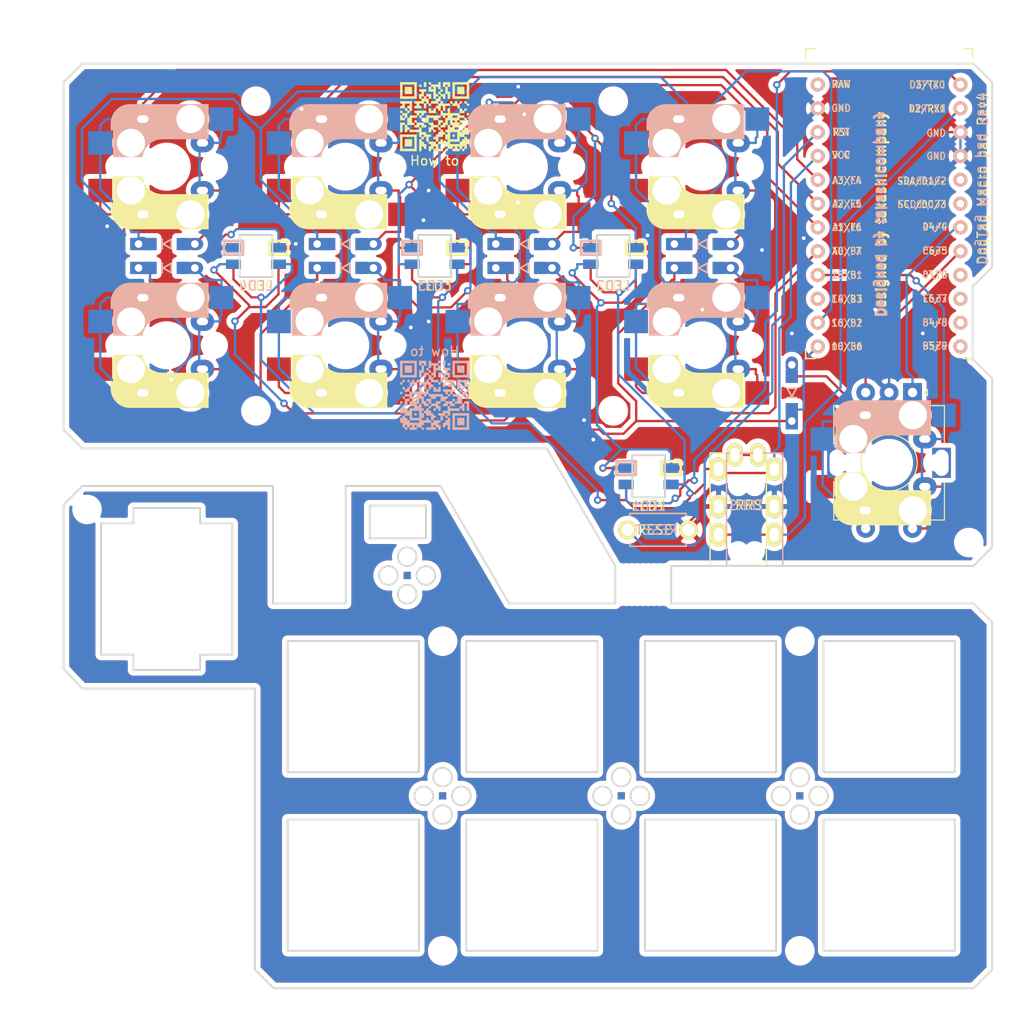
<source format=kicad_pcb>
(kicad_pcb (version 20211014) (generator pcbnew)
  (layers (0 "F.Cu" signal) (31 "B.Cu" signal) (34 "B.Paste" user) (35 "F.Paste" user) (36 "B.SilkS" user "B.Silkscreen") (37 "F.SilkS" user "F.Silkscreen") (38 "B.Mask" user) (39 "F.Mask" user) (44 "Edge.Cuts" user))
  (net 0 "")
  (net 1 "Net-(D1-Pad2)")
  (net 2 "Net-(D2-Pad2)")
  (net 3 "Net-(D3-Pad2)")
  (net 4 "Net-(D4-Pad2)")
  (net 5 "Net-(D5-Pad2)")
  (net 6 "Net-(D6-Pad2)")
  (net 7 "Net-(D7-Pad2)")
  (net 8 "Net-(D8-Pad2)")
  (net 9 "Net-(D9-Pad2)")
  (net 10 "row1")
  (net 11 "row2")
  (net 12 "VCC")
  (net 13 "Net-(J1-PadA)")
  (net 14 "data")
  (net 15 "GND")
  (net 16 "led")
  (net 17 "Net-(LED1-Pad2)")
  (net 18 "Net-(LED2-Pad2)")
  (net 19 "Net-(LED3-Pad2)")
  (net 20 "reset")
  (net 21 "col1")
  (net 22 "col2")
  (net 23 "col3")
  (net 24 "col4")
  (net 25 "rot-a")
  (net 26 "rot-b")
  (net 27 "col5")
  (net 28 "Net-(U1-Pad24)")
  (net 29 "Net-(U1-Pad15)")
  (net 30 "Net-(U1-Pad12)")
  (net 31 "Net-(U1-Pad11)")
  (net 32 "Net-(U1-Pad10)")
  (net 33 "Net-(U1-Pad9)")
  (net 34 "Net-(U1-Pad6)")
  (net 35 "Net-(U1-Pad5)")
  (net 36 "Net-(LED4-Pad2)")
  (footprint "takashicompany:ProMicro_v3.5_print-inside" (layer "F.Cu") (at 77.05 5.715)
    (fp_text reference "U1" hide)
    (fp_text value "ProMicro" hide)
  )
  (footprint "takashicompany:CherryMX_TH_Hotswap_Reversible_RotaryEncoder_EC11_v3" (layer "F.Cu") (at 77.05 31.585)
    (fp_text reference "SW9" hide)
    (fp_text value "RotaryEncoder_Switch" hide)
  )
  (footprint "takashicompany:D3_TH_SMD_v2_Reversible" (layer "F.Cu") (at 0 8.25)
    (fp_text reference "D1" hide)
    (fp_text value "DIODE" hide)
  )
  (footprint "takashicompany:D3_TH_SMD_v2_Reversible" (layer "F.Cu") (at 19.05 8.25)
    (fp_text reference "D2" hide)
    (fp_text value "DIODE" hide)
  )
  (footprint "takashicompany:D3_TH_SMD_v2_Reversible" (layer "F.Cu") (at 38.1 8.25)
    (fp_text reference "D3" hide)
    (fp_text value "DIODE" hide)
  )
  (footprint "takashicompany:D3_TH_SMD_v2_Reversible" (layer "F.Cu") (at 57.15 8.25)
    (fp_text reference "D4" hide)
    (fp_text value "DIODE" hide)
  )
  (footprint "takashicompany:D3_TH_SMD_v2_Reversible" (layer "F.Cu") (at 0 10.8)
    (fp_text reference "D5" hide)
    (fp_text value "DIODE" hide)
  )
  (footprint "takashicompany:D3_TH_SMD_v2_Reversible" (layer "F.Cu") (at 19.05 10.8)
    (fp_text reference "D6" hide)
    (fp_text value "DIODE" hide)
  )
  (footprint "takashicompany:D3_TH_SMD_v2_Reversible" (layer "F.Cu") (at 38.1 10.8)
    (fp_text reference "D7" hide)
    (fp_text value "DIODE" hide)
  )
  (footprint "takashicompany:D3_TH_SMD_v2_Reversible" (layer "F.Cu") (at 57.15 10.8)
    (fp_text reference "D8" hide)
    (fp_text value "DIODE" hide)
  )
  (footprint "takashicompany:D3_TH_SMD_v2_Reversible" (layer "F.Cu") (at 66.675 24.13 90)
    (fp_text reference "D9" hide)
    (fp_text value "DIODE" hide)
  )
  (footprint "kbd:MJ-4PP-9" (layer "F.Cu") (at 60.96 42.545 180)
    (fp_text reference "J1")
    (fp_text value "MJ-4PP-9" hide)
  )
  (footprint "kbd:ResetSW" (layer "F.Cu") (at 52.405 38.735 180)
    (fp_text reference "RESET_SW1" hide)
    (fp_text value "SW_Push")
  )
  (footprint "takashicompany:CherryMX_TH_Hotswap_Reversible_v2" (layer "F.Cu") (at 0 0)
    (fp_text reference "SW1" hide)
    (fp_text value "SW_Push" hide)
  )
  (footprint "takashicompany:CherryMX_TH_Hotswap_Reversible_v2" (layer "F.Cu") (at 19.05 0)
    (fp_text reference "SW2" hide)
    (fp_text value "SW_Push" hide)
  )
  (footprint "takashicompany:CherryMX_TH_Hotswap_Reversible_v2" (layer "F.Cu") (at 38.1 0)
    (fp_text reference "SW3" hide)
    (fp_text value "SW_Push" hide)
  )
  (footprint "takashicompany:CherryMX_TH_Hotswap_Reversible_v2" (layer "F.Cu") (at 57.15 0)
    (fp_text reference "SW4" hide)
    (fp_text value "SW_Push" hide)
  )
  (footprint "takashicompany:CherryMX_TH_Hotswap_Reversible_v2" (layer "F.Cu") (at 0 19.05)
    (fp_text reference "SW5" hide)
    (fp_text value "SW_Push" hide)
  )
  (footprint "takashicompany:CherryMX_TH_Hotswap_Reversible_v2" (layer "F.Cu") (at 19.05 19.05)
    (fp_text reference "SW6" hide)
    (fp_text value "SW_Push" hide)
  )
  (footprint "takashicompany:CherryMX_TH_Hotswap_Reversible_v2" (layer "F.Cu") (at 38.1 19.05)
    (fp_text reference "SW7" hide)
    (fp_text value "SW_Push" hide)
  )
  (footprint "takashicompany:CherryMX_TH_Hotswap_Reversible_v2" (layer "F.Cu") (at 57.15 19.05)
    (fp_text reference "SW8" hide)
    (fp_text value "SW_Push" hide)
  )
  (footprint "kbd:Breakaway_Tabs" (layer "F.Cu") (at 50.8 42.926)
    (fp_text reference "BT00")
    (fp_text value "Breakaway_Tabs")
  )
  (footprint "kbd:Breakaway_Tabs" (layer "F.Cu") (at 50.8 46.228)
    (fp_text reference "BT01")
    (fp_text value "Breakaway_Tabs")
  )
  (footprint "takashicompany:M2_Hole" (layer "F.Cu") (at 9.525 -6.985)
    (fp_text reference "Hole01" hide)
    (fp_text value "Val**" hide)
  )
  (footprint "takashicompany:M2_Hole" (layer "F.Cu") (at 47.625 -6.985)
    (fp_text reference "Hole04" hide)
    (fp_text value "Val**" hide)
  )
  (footprint "takashicompany:M2_Hole" (layer "F.Cu") (at 9.525 26.035)
    (fp_text reference "Ref**" hide)
    (fp_text value "Val**" hide)
  )
  (footprint "takashicompany:M2_Hole" (layer "F.Cu") (at 85.55 40.085)
    (fp_text reference "Hole08" hide)
    (fp_text value "Val**" hide)
  )
  (footprint "takashicompany:M2_Hole" (layer "F.Cu") (at 47.625 26.035)
    (fp_text reference "Hole05" hide)
    (fp_text value "Val**" hide)
  )
  (footprint "takashicompany:M2_Hole" (layer "F.Cu") (at 67.53 83.63 180)
    (fp_text reference "Hole07" hide)
    (fp_text value "Val**" hide)
  )
  (footprint "takashicompany:M2_Hole" (layer "F.Cu") (at 29.43 83.63 180)
    (fp_text reference "Hole03" hide)
    (fp_text value "Val**" hide)
  )
  (footprint "takashicompany:M2_Hole" (layer "F.Cu") (at 29.43 50.61 180)
    (fp_text reference "Hole02" hide)
    (fp_text value "Val**" hide)
  )
  (footprint "takashicompany:M2_Hole" (layer "F.Cu") (at -8.495 36.56 180)
    (fp_text reference "Hole00" hide)
    (fp_text value "Val**" hide)
  )
  (footprint "takashicompany:M2_Hole" (layer "F.Cu") (at 67.53 50.61 180)
    (fp_text reference "Hole06" hide)
    (fp_text value "Val**" hide)
  )
  (footprint "takashicompany:SK6812MINI_bg_reversible" (layer "F.Cu") (at 51.405 33.02)
    (fp_text reference "LED1")
    (fp_text value "YS-SK6812MINI-E" hide)
    (fp_curve (pts (xy -1.75 -2.25) (xy 1.75 -2.25) (xy 1.75 -2.25) (xy 1.75 -2.25)) (layer "Edge.Cuts") (width 0.2))
    (fp_curve (pts (xy -1.75 -2.25) (xy -1.75 2.25) (xy -1.75 2.25) (xy -1.75 2.25)) (layer "Edge.Cuts") (width 0.2))
    (fp_curve (pts (xy -1.75 2.25) (xy 1.75 2.25) (xy 1.75 2.25) (xy 1.75 2.25)) (layer "Edge.Cuts") (width 0.2))
    (fp_curve (pts (xy 1.75 -2.25) (xy 1.75 2.25) (xy 1.75 2.25) (xy 1.75 2.25)) (layer "Edge.Cuts") (width 0.2))
  )
  (footprint "takashicompany:SK6812MINI_bg_reversible" (layer "F.Cu") (at 47.625 9.525)
    (fp_text reference "LED2")
    (fp_text value "YS-SK6812MINI-E" hide)
    (fp_curve (pts (xy -1.75 2.25) (xy 1.75 2.25) (xy 1.75 2.25) (xy 1.75 2.25)) (layer "Edge.Cuts") (width 0.2))
    (fp_curve (pts (xy 1.75 -2.25) (xy 1.75 2.25) (xy 1.75 2.25) (xy 1.75 2.25)) (layer "Edge.Cuts") (width 0.2))
    (fp_curve (pts (xy -1.75 -2.25) (xy -1.75 2.25) (xy -1.75 2.25) (xy -1.75 2.25)) (layer "Edge.Cuts") (width 0.2))
    (fp_curve (pts (xy -1.75 -2.25) (xy 1.75 -2.25) (xy 1.75 -2.25) (xy 1.75 -2.25)) (layer "Edge.Cuts") (width 0.2))
  )
  (footprint "takashicompany:SK6812MINI_bg_reversible" (layer "F.Cu") (at 28.575 9.525)
    (fp_text reference "LED3")
    (fp_text value "YS-SK6812MINI-E" hide)
    (fp_curve (pts (xy 1.75 -2.25) (xy 1.75 2.25) (xy 1.75 2.25) (xy 1.75 2.25)) (layer "Edge.Cuts") (width 0.2))
    (fp_curve (pts (xy -1.75 -2.25) (xy -1.75 2.25) (xy -1.75 2.25) (xy -1.75 2.25)) (layer "Edge.Cuts") (width 0.2))
    (fp_curve (pts (xy -1.75 -2.25) (xy 1.75 -2.25) (xy 1.75 -2.25) (xy 1.75 -2.25)) (layer "Edge.Cuts") (width 0.2))
    (fp_curve (pts (xy -1.75 2.25) (xy 1.75 2.25) (xy 1.75 2.25) (xy 1.75 2.25)) (layer "Edge.Cuts") (width 0.2))
  )
  (footprint "takashicompany:SK6812MINI_bg_reversible" (layer "F.Cu") (at 9.525 9.525)
    (fp_text reference "LED4")
    (fp_text value "YS-SK6812MINI-E" hide)
    (fp_curve (pts (xy -1.75 -2.25) (xy 1.75 -2.25) (xy 1.75 -2.25) (xy 1.75 -2.25)) (layer "Edge.Cuts") (width 0.2))
    (fp_curve (pts (xy -1.75 2.25) (xy 1.75 2.25) (xy 1.75 2.25) (xy 1.75 2.25)) (layer "Edge.Cuts") (width 0.2))
    (fp_curve (pts (xy 1.75 -2.25) (xy 1.75 2.25) (xy 1.75 2.25) (xy 1.75 2.25)) (layer "Edge.Cuts") (width 0.2))
    (fp_curve (pts (xy -1.75 -2.25) (xy -1.75 2.25) (xy -1.75 2.25) (xy -1.75 2.25)) (layer "Edge.Cuts") (width 0.2))
  )
  (footprint "takashicompany:LED_Hole-4" (layer "F.Cu") (at 29.425 67.11)
    (fp_text reference "LH2")
    (fp_text value "LED_Hole-4")
    (fp_circle (center 0 2) (end 1 2) (layer "Edge.Cuts") (width 0.2) (fill none))
    (fp_circle (center -2 0) (end -1 0) (layer "Edge.Cuts") (width 0.2) (fill none))
    (fp_circle (center 0 -2) (end 1 -2) (layer "Edge.Cuts") (width 0.2) (fill none))
    (fp_circle (center 2 0) (end 3 0) (layer "Edge.Cuts") (width 0.2) (fill none))
  )
  (footprint "takashicompany:LED_Hole-4" (layer "F.Cu") (at 48.48 67.105)
    (fp_text reference "LH3")
    (fp_text value "LED_Hole-4")
    (fp_circle (center -2 0) (end -1 0) (layer "Edge.Cuts") (width 0.2) (fill none))
    (fp_circle (center 0 2) (end 1 2) (layer "Edge.Cuts") (width 0.2) (fill none))
    (fp_circle (center 2 0) (end 3 0) (layer "Edge.Cuts") (width 0.2) (fill none))
    (fp_circle (center 0 -2) (end 1 -2) (layer "Edge.Cuts") (width 0.2) (fill none))
  )
  (footprint "takashicompany:LED_Hole-4" (layer "F.Cu") (at 67.53 67.11)
    (fp_text reference "LH4")
    (fp_text value "LED_Hole-4")
    (fp_circle (center 0 -2) (end 1 -2) (layer "Edge.Cuts") (width 0.2) (fill none))
    (fp_circle (center 0 2) (end 1 2) (layer "Edge.Cuts") (width 0.2) (fill none))
    (fp_circle (center 2 0) (end 3 0) (layer "Edge.Cuts") (width 0.2) (fill none))
    (fp_circle (center -2 0) (end -1 0) (layer "Edge.Cuts") (width 0.2) (fill none))
  )
  (footprint "takashicompany:ResetSW_HOLE" (layer "F.Cu") (at 24.65 37.89)
    (fp_text reference "RH1")
    (fp_text value "ResetSW_HOLE")
    (fp_line (start -3 -1.75) (end 3 -1.75) (layer "Edge.Cuts") (width 0.2))
    (fp_line (start 3 -1.75) (end 3 1.75) (layer "Edge.Cuts") (width 0.2))
    (fp_line (start -3 1.75) (end -3 -1.75) (layer "Edge.Cuts") (width 0.2))
    (fp_line (start 3 1.75) (end -3 1.75) (layer "Edge.Cuts") (width 0.2))
  )
  (footprint "takashicompany:LED_Hole-4" (layer "F.Cu") (at 25.65 43.6)
    (fp_text reference "LH1")
    (fp_text value "LED_Hole-4")
    (fp_circle (center 0 -2) (end 1 -2) (layer "Edge.Cuts") (width 0.2) (fill none))
    (fp_circle (center 0 2) (end 1 2) (layer "Edge.Cuts") (width 0.2) (fill none))
    (fp_circle (center 2 0) (end 3 0) (layer "Edge.Cuts") (width 0.2) (fill none))
    (fp_circle (center -2 0) (end -1 0) (layer "Edge.Cuts") (width 0.2) (fill none))
  )
  (footprint "takashicompany:QR_DogTag_Github" (layer "F.Cu") (at 28.578 -5.338)
    (fp_text reference "G***" hide)
    (fp_text value "LOGO" hide)
  )
  (footprint "takashicompany:QR_DogTag_Github" (layer "B.Cu") (at 28.578 24.384 180)
    (fp_text reference "G***" hide)
    (fp_text value "LOGO" hide)
  )
  (gr_curve (pts (xy 57.964087 42.580818) (xy 57.964087 42.580818) (xy 66.053968 42.580818) (xy 66.053968 42.580818)) (layer "Edge.Cuts") (width 0.2))
  (gr_curve (pts (xy 11.342386 46.583868) (xy 11.342386 46.583868) (xy 11.342386 34.048974) (xy 11.342386 34.048974)) (layer "Edge.Cuts") (width 0.2))
  (gr_curve (pts (xy 85.952344 20.581881) (xy 85.952344 20.581881) (xy 85.952344 12.694788) (xy 85.952344 12.694788)) (layer "Edge.Cuts") (width 0.2))
  (gr_curve (pts (xy 70.051937 69.63436) (xy 70.051937 69.63436) (xy 70.051937 83.632299) (xy 70.051937 83.632299)) (layer "Edge.Cuts") (width 0.2))
  (gr_curve (pts (xy 26.902421 64.5823) (xy 26.902421 64.5823) (xy 26.902421 50.584361) (xy 26.902421 50.584361)) (layer "Edge.Cuts") (width 0.2))
  (gr_curve (pts (xy 13.528837 30.045924) (xy 13.528837 30.045924) (xy 40.528007 30.045924) (xy 40.528007 30.045924)) (layer "Edge.Cuts") (width 0.2))
  (gr_curve (pts (xy -8.996898 30.045924) (xy -8.996898 30.045924) (xy 13.528837 30.045924) (xy 13.528837 30.045924)) (layer "Edge.Cuts") (width 0.2))
  (gr_curve (pts (xy 65.002417 83.632299) (xy 65.002417 83.632299) (xy 65.002417 69.63436) (xy 65.002417 69.63436)) (layer "Edge.Cuts") (width 0.2))
  (gr_line (start -3.552183 53.683156) (end 3.559829 53.683156) (layer "Edge.Cuts") (width 0.2))
  (gr_line (start -3.552183 38.046923) (end -6.996417 38.046923) (layer "Edge.Cuts") (width 0.2))
  (gr_curve (pts (xy -10.996905 36.04896) (xy -10.996905 36.04896) (xy -10.996905 53.547926) (xy -10.996905 53.547926)) (layer "Edge.Cuts") (width 0.2))
  (gr_curve (pts (xy -10.996905 53.547926) (xy -10.996905 53.547926) (xy -8.996919 55.667284) (xy -8.996919 55.667284)) (layer "Edge.Cuts") (width 0.2))
  (gr_curve (pts (xy 29.208221 34.048974) (xy 29.208221 34.048974) (xy 19.091913 34.048974) (xy 19.091913 34.048974)) (layer "Edge.Cuts") (width 0.2))
  (gr_curve (pts (xy 12.901943 83.632299) (xy 12.901943 83.632299) (xy 26.902421 83.632299) (xy 26.902421 83.632299)) (layer "Edge.Cuts") (width 0.2))
  (gr_curve (pts (xy 11.342386 34.048974) (xy 11.342386 34.048974) (xy 11.002032 34.048974) (xy 11.002032 34.048974)) (layer "Edge.Cuts") (width 0.2))
  (gr_curve (pts (xy 84.052416 83.632299) (xy 84.052416 83.632299) (xy 84.052416 69.63436) (xy 84.052416 69.63436)) (layer "Edge.Cuts") (width 0.2))
  (gr_curve (pts (xy 88.052905 22.581866) (xy 87.271859 21.80082) (xy 86.833966 21.362927) (xy 86.052919 20.581881)) (layer "Edge.Cuts") (width 0.2))
  (gr_curve (pts (xy 47.847177 46.583868) (xy 47.847177 46.583868) (xy 36.527993 46.583868) (xy 36.527993 46.583868)) (layer "Edge.Cuts") (width 0.2))
  (gr_curve (pts (xy -8.996919 55.667284) (xy -8.996919 55.667284) (xy 8.90399 55.667284) (xy 9.40399 55.667284)) (layer "Edge.Cuts") (width 0.2))
  (gr_curve (pts (xy 11.403998 87.632805) (xy 10.903998 87.632805) (xy 86.052898 87.632805) (xy 86.052898 87.632805)) (layer "Edge.Cuts") (width 0.2))
  (gr_curve (pts (xy 65.002417 64.5823) (xy 65.002417 64.5823) (xy 65.002417 50.584361) (xy 65.002417 50.584361)) (layer "Edge.Cuts") (width 0.2))
  (gr_curve (pts (xy 9.40399 85.632798) (xy 9.40399 85.632798) (xy 11.403998 87.632805) (xy 11.403998 87.632805)) (layer "Edge.Cuts") (width 0.2))
  (gr_curve (pts (xy 88.052905 40.580832) (xy 88.052905 40.580832) (xy 88.052905 22.581866) (xy 88.052905 22.581866)) (layer "Edge.Cuts") (width 0.2))
  (gr_curve (pts (xy 85.952344 12.694788) (xy 85.952344 12.694788) (xy 86.052898 12.694788) (xy 86.052898 12.694788)) (layer "Edge.Cuts") (width 0.2))
  (gr_curve (pts (xy 84.052416 69.63436) (xy 84.052416 69.63436) (xy 70.051937 69.63436) (xy 70.051937 69.63436)) (layer "Edge.Cuts") (width 0.2))
  (gr_curve (pts (xy 84.052416 50.584361) (xy 84.052416 50.584361) (xy 70.051937 50.584361) (xy 70.051937 50.584361)) (layer "Edge.Cuts") (width 0.2))
  (gr_curve (pts (xy 26.902421 50.584361) (xy 26.902421 50.584361) (xy 12.901943 50.584361) (xy 12.901943 50.584361)) (layer "Edge.Cuts") (width 0.2))
  (gr_curve (pts (xy -8.996898 -11.002991) (xy -9.777944 -10.221944) (xy -10.215859 -9.78403) (xy -10.996905 -9.002983)) (layer "Edge.Cuts") (width 0.2))
  (gr_curve (pts (xy 86.052898 -11.002991) (xy 86.052898 -11.002991) (xy -8.996898 -11.002991) (xy -8.996898 -11.002991)) (layer "Edge.Cuts") (width 0.2))
  (gr_curve (pts (xy 45.952419 64.5823) (xy 45.952419 64.5823) (xy 45.952419 50.584361) (xy 45.952419 50.584361)) (layer "Edge.Cuts") (width 0.2))
  (gr_line (start 7.004063 52.047403) (end 7.004063 38.046923) (layer "Edge.Cuts") (width 0.2))
  (gr_curve (pts (xy 86.052919 20.581881) (xy 86.052919 20.581881) (xy 85.952344 20.581881) (xy 85.952344 20.581881)) (layer "Edge.Cuts") (width 0.2))
  (gr_curve (pts (xy 12.901943 50.584361) (xy 12.901943 50.584361) (xy 12.901943 64.5823) (xy 12.901943 64.5823)) (layer "Edge.Cuts") (width 0.2))
  (gr_curve (pts (xy 40.528007 30.045924) (xy 40.528007 30.045924) (xy 47.847177 42.579784) (xy 47.847177 42.579784)) (layer "Edge.Cuts") (width 0.2))
  (gr_line (start 3.559829 38.046923) (end 3.559829 36.41117) (layer "Edge.Cuts") (width 0.2))
  (gr_curve (pts (xy 31.951941 83.632299) (xy 31.951941 83.632299) (xy 45.952419 83.632299) (xy 45.952419 83.632299)) (layer "Edge.Cuts") (width 0.2))
  (gr_curve (pts (xy 84.052416 64.5823) (xy 84.052416 64.5823) (xy 84.052416 50.584361) (xy 84.052416 50.584361)) (layer "Edge.Cuts") (width 0.2))
  (gr_curve (pts (xy 31.951941 64.5823) (xy 31.951941 64.5823) (xy 45.952419 64.5823) (xy 45.952419 64.5823)) (layer "Edge.Cuts") (width 0.2))
  (gr_curve (pts (xy 36.527993 46.583868) (xy 36.527993 46.583868) (xy 29.208221 34.048974) (xy 29.208221 34.048974)) (layer "Edge.Cuts") (width 0.2))
  (gr_curve (pts (xy 53.808548 46.583868) (xy 53.808548 46.583868) (xy 53.808548 42.580818) (xy 53.808548 42.580818)) (layer "Edge.Cuts") (width 0.2))
  (gr_line (start -6.996417 52.047403) (end -3.552183 52.047403) (layer "Edge.Cuts") (width 0.2))
  (gr_curve (pts (xy 11.002032 34.048974) (xy 11.002032 34.048974) (xy -8.996919 34.048974) (xy -8.996919 34.048974)) (layer "Edge.Cuts") (width 0.2))
  (gr_line (start -3.552183 36.41117) (end -3.552183 38.046923) (layer "Edge.Cuts") (width 0.2))
  (gr_curve (pts (xy 66.053968 42.580818) (xy 66.053968 42.580818) (xy 86.052919 42.580818) (xy 86.052919 42.580818)) (layer "Edge.Cuts") (width 0.2))
  (gr_line (start 3.559829 36.41117) (end -3.552183 36.41117) (layer "Edge.Cuts") (width 0.2))
  (gr_curve (pts (xy 47.847177 42.579784) (xy 47.847177 42.579784) (xy 47.847177 46.583868) (xy 47.847177 46.583868)) (layer "Edge.Cuts") (width 0.2))
  (gr_line (start -6.996417 38.046923) (end -6.996417 52.047403) (layer "Edge.Cuts") (width 0.2))
  (gr_curve (pts (xy 63.527163 46.583868) (xy 63.527163 46.583868) (xy 53.808548 46.583868) (xy 53.808548 46.583868)) (layer "Edge.Cuts") (width 0.2))
  (gr_curve (pts (xy 65.002417 50.584361) (xy 65.002417 50.584361) (xy 51.001938 50.584361) (xy 51.001938 50.584361)) (layer "Edge.Cuts") (width 0.2))
  (gr_curve (pts (xy 51.001938 69.63436) (xy 51.001938 69.63436) (xy 51.001938 83.632299) (xy 51.001938 83.632299)) (layer "Edge.Cuts") (width 0.2))
  (gr_curve (pts (xy 45.952419 69.63436) (xy 45.952419 69.63436) (xy 31.951941 69.63436) (xy 31.951941 69.63436)) (layer "Edge.Cuts") (width 0.2))
  (gr_curve (pts (xy 70.051937 83.632299) (xy 70.051937 83.632299) (xy 84.052416 83.632299) (xy 84.052416 83.632299)) (layer "Edge.Cuts") (width 0.2))
  (gr_curve (pts (xy 51.001938 83.632299) (xy 51.001938 83.632299) (xy 65.002417 83.632299) (xy 65.002417 83.632299)) (layer "Edge.Cuts") (width 0.2))
  (gr_curve (pts (xy 9.40399 55.667284) (xy 9.40399 55.667284) (xy 9.40399 85.632798) (xy 9.40399 85.632798)) (layer "Edge.Cuts") (width 0.2))
  (gr_curve (pts (xy 19.091913 46.583868) (xy 19.091913 46.583868) (xy 11.342386 46.583868) (xy 11.342386 46.583868)) (layer "Edge.Cuts") (width 0.2))
  (gr_line (start 3.559829 53.683156) (end 3.559829 52.047403) (layer "Edge.Cuts") (width 0.2))
  (gr_curve (pts (xy 26.902421 83.632299) (xy 26.902421 83.632299) (xy 26.902421 69.63436) (xy 26.902421 69.63436)) (layer "Edge.Cuts") (width 0.2))
  (gr_curve (pts (xy 70.051937 64.5823) (xy 70.051937 64.5823) (xy 84.052416 64.5823) (xy 84.052416 64.5823)) (layer "Edge.Cuts") (width 0.2))
  (gr_curve (pts (xy 86.052898 87.632805) (xy 86.833944 86.851759) (xy 87.271859 86.413844) (xy 88.052905 85.632798)) (layer "Edge.Cuts") (width 0.2))
  (gr_curve (pts (xy 65.002417 69.63436) (xy 65.002417 69.63436) (xy 51.001938 69.63436) (xy 51.001938 69.63436)) (layer "Edge.Cuts") (width 0.2))
  (gr_curve (pts (xy 51.001938 50.584361) (xy 51.001938 50.584361) (xy 51.001938 64.5823) (xy 51.001938 64.5823)) (layer "Edge.Cuts") (width 0.2))
  (gr_curve (pts (xy 12.901943 64.5823) (xy 12.901943 64.5823) (xy 26.902421 64.5823) (xy 26.902421 64.5823)) (layer "Edge.Cuts") (width 0.2))
  (gr_curve (pts (xy 88.052905 85.632798) (xy 88.052905 85.632798) (xy 88.052905 48.583875) (xy 88.052905 48.583875)) (layer "Edge.Cuts") (width 0.2))
  (gr_line (start 3.559829 52.047403) (end 7.004063 52.047403) (layer "Edge.Cuts") (width 0.2))
  (gr_curve (pts (xy 88.052905 10.694781) (xy 88.052905 10.694781) (xy 88.052905 -9.002983) (xy 88.052905 -9.002983)) (layer "Edge.Cuts") (width 0.2))
  (gr_curve (pts (xy -8.996919 34.048974) (xy -9.777966 34.83002) (xy -10.215859 35.267914) (xy -10.996905 36.04896)) (layer "Edge.Cuts") (width 0.2))
  (gr_curve (pts (xy 26.902421 69.63436) (xy 26.902421 69.63436) (xy 12.901943 69.63436) (xy 12.901943 69.63436)) (layer "Edge.Cuts") (width 0.2))
  (gr_curve (pts (xy -10.996905 28.045917) (xy -10.215859 28.826963) (xy -9.777944 29.264878) (xy -8.996898 30.045924)) (layer "Edge.Cuts") (width 0.2))
  (gr_curve (pts (xy 51.001938 64.5823) (xy 51.001938 64.5823) (xy 65.002417 64.5823) (xy 65.002417 64.5823)) (layer "Edge.Cuts") (width 0.2))
  (gr_curve (pts (xy 70.051937 50.584361) (xy 70.051937 50.584361) (xy 70.051937 64.5823) (xy 70.051937 64.5823)) (layer "Edge.Cuts") (width 0.2))
  (gr_curve (pts (xy 88.052905 48.583875) (xy 87.271859 47.802829) (xy 86.833944 47.364914) (xy 86.052898 46.583868)) (layer "Edge.Cuts") (width 0.2))
  (gr_curve (pts (xy 88.052905 -9.002983) (xy 87.271859 -9.78403) (xy 86.833944 -10.221944) (xy 86.052898 -11.002991)) (layer "Edge.Cuts") (width 0.2))
  (gr_curve (pts (xy 86.052898 46.583868) (xy 86.052898 46.583868) (xy 63.527163 46.583868) (xy 63.527163 46.583868)) (layer "Edge.Cuts") (width 0.2))
  (gr_curve (pts (xy 86.052919 42.580818) (xy 86.833966 41.799772) (xy 87.271859 41.361878) (xy 88.052905 40.580832)) (layer "Edge.Cuts") (width 0.2))
  (gr_curve (pts (xy 31.951941 50.584361) (xy 31.951941 50.584361) (xy 31.951941 64.5823) (xy 31.951941 64.5823)) (layer "Edge.Cuts") (width 0.2))
  (gr_curve (pts (xy 86.052898 12.694788) (xy 86.833944 11.913742) (xy 87.271859 11.475827) (xy 88.052905 10.694781)) (layer "Edge.Cuts") (width 0.2))
  (gr_line (start 7.004063 38.046923) (end 3.559829 38.046923) (layer "Edge.Cuts") (width 0.2))
  (gr_curve (pts (xy -10.996905 -9.002983) (xy -10.996905 -9.002983) (xy -10.996905 28.045917) (xy -10.996905 28.045917)) (layer "Edge.Cuts") (width 0.2))
  (gr_curve (pts (xy 45.952419 83.632299) (xy 45.952419 83.632299) (xy 45.952419 69.63436) (xy 45.952419 69.63436)) (layer "Edge.Cuts") (width 0.2))
  (gr_line (start -3.552183 52.047403) (end -3.552183 53.683156) (layer "Edge.Cuts") (width 0.2))
  (gr_curve (pts (xy 31.951941 69.63436) (xy 31.951941 69.63436) (xy 31.951941 83.632299) (xy 31.951941 83.632299)) (layer "Edge.Cuts") (width 0.2))
  (gr_curve (pts (xy 19.091913 34.048974) (xy 19.091913 34.048974) (xy 19.091913 46.583868) (xy 19.091913 46.583868)) (layer "Edge.Cuts") (width 0.2))
  (gr_curve (pts (xy 53.808548 42.580818) (xy 53.808548 42.580818) (xy 57.964087 42.580818) (xy 57.964087 42.580818)) (layer "Edge.Cuts") (width 0.2))
  (gr_curve (pts (xy 45.952419 50.584361) (xy 45.952419 50.584361) (xy 31.951941 50.584361) (xy 31.951941 50.584361)) (layer "Edge.Cuts") (width 0.2))
  (gr_curve (pts (xy 12.901943 69.63436) (xy 12.901943 69.63436) (xy 12.901943 83.632299) (xy 12.901943 83.632299)) (layer "Edge.Cuts") (width 0.2))
  (gr_text "Designed by takashicompany" (at 76.2 5.08 -90) (layer "B.SilkS") (effects (font (size 1 1) (thickness 0.25)) (justify mirror)))
  (gr_text "DogTag Macro pad Rev4" (at 86.995 1.27 -90) (layer "B.SilkS") (effects (font (size 1 1)) (justify mirror)))
  (gr_text "How to\n" (at 28.575 19.685) (layer "B.SilkS") (effects (font (size 1 1)) (justify mirror)))
  (gr_text "Designed by takashicompany" (at 76.2 5.08 90) (layer "F.SilkS") (effects (font (size 1 1) (thickness 0.25))))
  (gr_text "How to" (at 28.575 -0.635) (layer "F.SilkS") (effects (font (size 1 1))))
  (gr_text "DogTag Macro pad Rev4" (at 86.995 1.27 90) (layer "F.SilkS") (effects (font (size 1 1))))
  (segment (start 5.6851 3.048) (end 5.6851 2.54) (width 0.25) (layer "F.Cu") (net 1))
  (segment (start 5.842 5.08) (end 5.842 3.2049) (width 0.25) (layer "F.Cu") (net 1))
  (segment (start 3 8.25) (end 5.842 5.408) (width 0.25) (layer "F.Cu") (net 1))
  (segment (start 5.842 3.2049) (end 5.6851 3.048) (width 0.25) (layer "F.Cu") (net 1))
  (segment (start 3.81 2.54) (end 5.6851 2.54) (width 0.25) (layer "F.Cu") (net 1))
  (segment (start 1.775 8.25) (end 3 8.25) (width 0.25) (layer "F.Cu") (net 1))
  (segment (start 5.842 5.408) (end 5.842 5.08) (width 0.25) (layer "F.Cu") (net 1))
  (segment (start 3.5024 2.2324) (end 3.5024 -2.2324) (width 0.25) (layer "B.Cu") (net 1))
  (segment (start 5.6851 -2.54) (end 5.6851 -3.048) (width 0.25) (layer "B.Cu") (net 1))
  (segment (start 5.842 -5.08) (end 5.842 -3.2049) (width 0.25) (layer "B.Cu") (net 1))
  (segment (start 3.81 -2.54) (end 5.6851 -2.54) (width 0.25) (layer "B.Cu") (net 1))
  (segment (start 5.6851 -3.048) (end 5.842 -3.2049) (width 0.25) (layer "B.Cu") (net 1))
  (segment (start 3 8.25) (end 1.775 8.25) (width 0.25) (layer "B.Cu") (net 1))
  (segment (start 3.5024 -2.2324) (end 3.81 -2.54) (width 0.25) (layer "B.Cu") (net 1))
  (segment (start 3.81 2.54) (end 3.5024 2.2324) (width 0.25) (layer "B.Cu") (net 1))
  (segment (start 20.825 8.25) (end 22.05 8.25) (width 0.25) (layer "F.Cu") (net 2))
  (segment (start 24.892 3.2049) (end 24.7351 3.048) (width 0.25) (layer "F.Cu") (net 2))
  (segment (start 23.3449 6.9551) (end 22.05 8.25) (width 0.25) (layer "F.Cu") (net 2))
  (segment (start 22.86 2.54) (end 24.7351 2.54) (width 0.25) (layer "F.Cu") (net 2))
  (segment (start 24.892 5.08) (end 24.892 3.2049) (width 0.25) (layer "F.Cu") (net 2))
  (segment (start 24.892 5.4935) (end 24.892 6.9551) (width 0.25) (layer "F.Cu") (net 2))
  (segment (start 24.7351 3.048) (end 24.7351 2.54) (width 0.25) (layer "F.Cu") (net 2))
  (segment (start 24.892 5.4935) (end 24.892 5.08) (width 0.25) (layer "F.Cu") (net 2))
  (segment (start 24.892 6.9551) (end 23.3449 6.9551) (width 0.25) (layer "F.Cu") (net 2))
  (segment (start 20.825 8.25) (end 22.05 8.25) (width 0.25) (layer "B.Cu") (net 2))
  (segment (start 24.892 -5.08) (end 24.892 -3.2049) (width 0.25) (layer "B.Cu") (net 2))
  (segment (start 22.5524 2.2324) (end 22.86 2.54) (width 0.25) (layer "B.Cu") (net 2))
  (segment (start 22.86 -2.54) (end 22.5524 -2.2324) (width 0.25) (layer "B.Cu") (net 2))
  (segment (start 22.895 -2.54) (end 24.7351 -2.54) (width 0.25) (layer "B.Cu") (net 2))
  (segment (start 24.892 -3.2049) (end 24.7351 -3.048) (width 0.25) (layer "B.Cu") (net 2))
  (segment (start 22.895 -2.54) (end 22.86 -2.54) (width 0.25) (layer "B.Cu") (net 2))
  (segment (start 24.7351 -3.048) (end 24.7351 -2.54) (width 0.25) (layer "B.Cu") (net 2))
  (segment (start 22.5524 -2.2324) (end 22.5524 2.2324) (width 0.25) (layer "B.Cu") (net 2))
  (segment (start 41.91 2.54) (end 43.7851 2.54) (width 0.25) (layer "F.Cu") (net 3))
  (segment (start 41.1 8.25) (end 39.875 8.25) (width 0.25) (layer "F.Cu") (net 3))
  (segment (start 43.942 5.08) (end 43.942 6.9551) (width 0.25) (layer "F.Cu") (net 3))
  (segment (start 43.7851 2.54) (end 43.7851 3.048) (width 0.25) (layer "F.Cu") (net 3))
  (segment (start 43.7851 3.048) (end 43.942 3.2049) (width 0.25) (layer "F.Cu") (net 3))
  (segment (start 43.942 6.9551) (end 42.3949 6.9551) (width 0.25) (layer "F.Cu") (net 3))
  (segment (start 43.942 5.08) (end 43.942 3.2049) (width 0.25) (layer "F.Cu") (net 3))
  (segment (start 42.3949 6.9551) (end 41.1 8.25) (width 0.25) (layer "F.Cu") (net 3))
  (segment (start 43.7851 -2.54) (end 43.7851 -3.048) (width 0.25) (layer "B.Cu") (net 3))
  (segment (start 44.7551 1.57) (end 44.7551 -1.57) (width 0.25) (layer "B.Cu") (net 3))
  (segment (start 41.91 -2.54) (end 43.7851 -2.54) (width 0.25) (layer "B.Cu") (net 3))
  (segment (start 43.7851 2.54) (end 44.7551 1.57) (width 0.25) (layer "B.Cu") (net 3))
  (segment (start 44.7551 -1.57) (end 43.7851 -2.54) (width 0.25) (layer "B.Cu") (net 3))
  (segment (start 41.91 2.54) (end 43.7851 2.54) (width 0.25) (layer "B.Cu") (net 3))
  (segment (start 41.1 8.25) (end 39.875 8.25) (width 0.25) (layer "B.Cu") (net 3))
  (segment (start 41.91 -2.54) (end 43.7851 -2.54) (width 0.25) (layer "B.Cu") (net 3))
  (segment (start 43.7851 -3.048) (end 43.942 -3.2049) (width 0.25) (layer "B.Cu") (net 3))
  (segment (start 43.942 -5.08) (end 43.942 -3.2049) (width 0.25) (layer "B.Cu") (net 3))
  (segment (start 62.992 5.4935) (end 62.992 6.9551) (width 0.25) (layer "F.Cu") (net 4))
  (segment (start 62.992 5.4935) (end 62.992 5.08) (width 0.25) (layer "F.Cu") (net 4))
  (segment (start 62.8351 3.048) (end 62.8351 2.54) (width 0.25) (layer "F.Cu") (net 4))
  (segment (start 62.992 3.2049) (end 62.8351 3.048) (width 0.25) (layer "F.Cu") (net 4))
  (segment (start 58.925 8.25) (end 60.15 8.25) (width 0.25) (layer "F.Cu") (net 4))
  (segment (start 62.992 5.08) (end 62.992 3.2049) (width 0.25) (layer "F.Cu") (net 4))
  (segment (start 60.96 2.54) (end 62.8351 2.54) (width 0.25) (layer "F.Cu") (net 4))
  (segment (start 60.15 8.25) (end 61.4449 6.9551) (width 0.25) (layer "F.Cu") (net 4))
  (segment (start 61.4449 6.9551) (end 62.992 6.9551) (width 0.25) (layer "F.Cu") (net 4))
  (segment (start 60.6524 2.2324) (end 60.96 2.54) (width 0.25) (layer "B.Cu") (net 4))
  (segment (start 60.96 -2.54) (end 60.6524 -2.2324) (width 0.25) (layer "B.Cu") (net 4))
  (segment (start 58.925 8.25) (end 60.15 8.25) (width 0.25) (layer "B.Cu") (net 4))
  (segment (start 62.992 -3.2049) (end 62.8351 -3.048) (width 0.25) (layer "B.Cu") (net 4))
  (segment (start 60.995 -2.54) (end 62.8351 -2.54) (width 0.25) (layer "B.Cu") (net 4))
  (segment (start 60.995 -2.54) (end 60.96 -2.54) (width 0.25) (layer "B.Cu") (net 4))
  (segment (start 60.6524 -2.2324) (end 60.6524 2.2324) (width 0.25) (layer "B.Cu") (net 4))
  (segment (start 62.992 -5.08) (end 62.992 -3.2049) (width 0.25) (layer "B.Cu") (net 4))
  (segment (start 62.8351 -3.048) (end 62.8351 -2.54) (width 0.25) (layer "B.Cu") (net 4))
  (segment (start 5.842 22.2549) (end 5.6851 22.098) (width 0.25) (layer "F.Cu") (net 5))
  (segment (start 5.6851 22.098) (end 5.6851 21.59) (width 0.25) (layer "F.Cu") (net 5))
  (segment (start 3 10.8) (end 1.775 10.8) (width 0.25) (layer "F.Cu") (net 5))
  (segment (start 5.842 24.13) (end 5.842 22.2549) (width 0.25) (layer "F.Cu") (net 5))
  (segment (start 3.81 21.59) (end 5.6851 21.59) (width 0.25) (layer "F.Cu") (net 5))
  (segment (start 5.6851 16.51) (end 5.6851 16.002) (width 0.25) (layer "B.Cu") (net 5))
  (segment (start 5.842 13.97) (end 5.842 15.8451) (width 0.25) (layer "B.Cu") (net 5))
  (segment (start 3 10.8) (end 1.775 10.8) (width 0.25) (layer "B.Cu") (net 5))
  (segment (start 3.4651 21.2451) (end 3.4651 16.8549) (width 0.25) (layer "B.Cu") (net 5))
  (segment (start 5.6851 16.002) (end 5.842 15.8451) (width 0.25) (layer "B.Cu") (net 5))
  (segment (start 5.842 13.97) (end 5.842 12.0949) (width 0.25) (layer "B.Cu") (net 5))
  (segment (start 3.81 21.59) (end 3.4651 21.2451) (width 0.25) (layer "B.Cu") (net 5))
  (segment (start 3.81 16.51) (end 5.6851 16.51) (width 0.25) (layer "B.Cu") (net 5))
  (segment (start 3.4651 16.8549) (end 3.81 16.51) (width 0.25) (layer "B.Cu") (net 5))
  (segment (start 3 10.8) (end 4.2949 12.0949) (width 0.25) (layer "B.Cu") (net 5))
  (segment (start 4.2949 12.0949) (end 5.842 12.0949) (width 0.25) (layer "B.Cu") (net 5))
  (segment (start 24.7351 22.098) (end 24.7351 21.59) (width 0.25) (layer "F.Cu") (net 6))
  (segment (start 22.86 21.59) (end 24.7351 21.59) (width 0.25) (layer "F.Cu") (net 6))
  (segment (start 20.825 10.8) (end 22.05 10.8) (width 0.25) (layer "F.Cu") (net 6))
  (segment (start 24.892 24.13) (end 24.892 22.2549) (width 0.25) (layer "F.Cu") (net 6))
  (segment (start 24.892 22.2549) (end 24.7351 22.098) (width 0.25) (layer "F.Cu") (net 6))
  (segment (start 22.5524 16.8176) (end 22.5524 21.2824) (width 0.25) (layer "B.Cu") (net 6))
  (segment (start 24.7351 16.002) (end 24.7351 16.51) (width 0.25) (layer "B.Cu") (net 6))
  (segment (start 23.3449 12.0949) (end 24.892 12.0949) (width 0.25) (layer "B.Cu") (net 6))
  (segment (start 22.86 16.51) (end 22.5524 16.8176) (width 0.25) (layer "B.Cu") (net 6))
  (segment (start 24.892 13.97) (end 24.892 15.8451) (width 0.25) (layer "B.Cu") (net 6))
  (segment (start 22.895 16.51) (end 22.86 16.51) (width 0.25) (layer "B.Cu") (net 6))
  (segment (start 22.05 10.8) (end 23.3449 12.0949) (width 0.25) (layer "B.Cu") (net 6))
  (segment (start 24.892 15.8451) (end 24.7351 16.002) (width 0.25) (layer "B.Cu") (net 6))
  (segment (start 24.892 13.97) (end 24.892 12.0949) (width 0.25) (layer "B.Cu") (net 6))
  (segment (start 22.895 16.51) (end 24.7351 16.51) (width 0.25) (layer "B.Cu") (net 6))
  (segment (start 20.825 10.8) (end 22.05 10.8) (width 0.25) (layer "B.Cu") (net 6))
  (segment (start 22.5524 21.2824) (end 22.86 21.59) (width 0.25) (layer "B.Cu") (net 6))
  (segment (start 41.1 10.8) (end 39.875 10.8) (width 0.25) (layer "F.Cu") (net 7))
  (segment (start 43.7851 22.098) (end 43.7851 21.59) (width 0.25) (layer "F.Cu") (net 7))
  (segment (start 43.942 22.2549) (end 43.7851 22.098) (width 0.25) (layer "F.Cu") (net 7))
  (segment (start 41.91 21.59) (end 43.7851 21.59) (width 0.25) (layer "F.Cu") (net 7))
  (segment (start 43.942 24.13) (end 43.942 22.2549) (width 0.25) (layer "F.Cu") (net 7))
  (segment (start 41.6024 16.8176) (end 41.91 16.51) (width 0.25) (layer "B.Cu") (net 7))
  (segment (start 43.9407 12.0949) (end 43.942 12.0949) (width 0.25) (layer "B.Cu") (net 7))
  (segment (start 43.7851 16.51) (end 43.7851 16.002) (width 0.25) (layer "B.Cu") (net 7))
  (segment (start 42.5792 12.0949) (end 42.8354 12.3511) (width 0.25) (layer "B.Cu") (net 7))
  (segment (start 41.91 16.51) (end 43.7851 16.51) (width 0.25) (layer "B.Cu") (net 7))
  (segment (start 42.8354 12.3511) (end 43.6845 12.3511) (width 0.25) (layer "B.Cu") (net 7))
  (segment (start 43.942 13.97) (end 43.942 15.8451) (width 0.25) (layer "B.Cu") (net 7))
  (segment (start 41.1 10.8) (end 42.3949 12.0949) (width 0.25) (layer "B.Cu") (net 7))
  (segment (start 41.91 21.59) (end 41.6024 21.2824) (width 0.25) (layer "B.Cu") (net 7))
  (segment (start 43.942 13.97) (end 43.942 12.0949) (width 0.25) (layer "B.Cu") (net 7))
  (segment (start 41.1 10.8) (end 39.875 10.8) (width 0.25) (layer "B.Cu") (net 7))
  (segment (start 43.6845 12.3511) (end 43.9407 12.0949) (width 0.25) (layer "B.Cu") (net 7))
  (segment (start 42.3949 12.0949) (end 42.5792 12.0949) (width 0.25) (layer "B.Cu") (net 7))
  (segment (start 41.6024 21.2824) (end 41.6024 16.8176) (width 0.25) (layer "B.Cu") (net 7))
  (segment (start 43.7851 16.002) (end 43.942 15.8451) (width 0.25) (layer "B.Cu") (net 7))
  (segment (start 62.992 22.2549) (end 62.8351 22.098) (width 0.25) (layer "F.Cu") (net 8))
  (segment (start 62.8351 22.098) (end 62.8351 21.59) (width 0.25) (layer "F.Cu") (net 8))
  (segment (start 58.925 10.8) (end 60.15 10.8) (width 0.25) (layer "F.Cu") (net 8))
  (segment (start 60.96 21.59) (end 62.8351 21.59) (width 0.25) (layer "F.Cu") (net 8))
  (segment (start 62.992 24.13) (end 62.992 22.2549) (width 0.25) (layer "F.Cu") (net 8))
  (segment (start 61.4449 12.0949) (end 62.992 12.0949) (width 0.25) (layer "B.Cu") (net 8))
  (segment (start 60.6524 16.8176) (end 60.6524 21.2824) (width 0.25) (layer "B.Cu") (net 8))
  (segment (start 62.992 13.97) (end 62.992 15.8451) (width 0.25) (layer "B.Cu") (net 8))
  (segment (start 62.8351 16.002) (end 62.8351 16.51) (width 0.25) (layer "B.Cu") (net 8))
  (segment (start 60.96 16.51) (end 60.6524 16.8176) (width 0.25) (layer "B.Cu") (net 8))
  (segment (start 60.15 10.8) (end 61.4449 12.0949) (width 0.25) (layer "B.Cu") (net 8))
  (segment (start 60.6524 21.2824) (end 60.96 21.59) (width 0.25) (layer "B.Cu") (net 8))
  (segment (start 60.995 16.51) (end 62.8351 16.51) (width 0.25) (layer "B.Cu") (net 8))
  (segment (start 62.992 15.8451) (end 62.8351 16.002) (width 0.25) (layer "B.Cu") (net 8))
  (segment (start 58.925 10.8) (end 60.15 10.8) (width 0.25) (layer "B.Cu") (net 8))
  (segment (start 62.992 13.5565) (end 62.992 13.97) (width 0.25) (layer "B.Cu") (net 8))
  (segment (start 62.992 13.5565) (end 62.992 12.0949) (width 0.25) (layer "B.Cu") (net 8))
  (segment (start 60.995 16.51) (end 60.96 16.51) (width 0.25) (layer "B.Cu") (net 8))
  (segment (start 66.675 22.355) (end 66.675 21.13) (width 0.25) (layer "F.Cu") (net 9))
  (segment (start 69.965 36.0001) (end 70.6299 36.665) (width 0.25) (layer "F.Cu") (net 9))
  (segment (start 74.51 26.505) (end 70.36 22.355) (width 0.25) (layer "F.Cu") (net 9))
  (segment (start 70.36 22.355) (end 67.9501 22.355) (width 0.25) (layer "F.Cu") (net 9))
  (segment (start 70.6299 36.665) (end 74.51 36.665) (width 0.25) (layer "F.Cu") (net 9))
  (segment (start 69.965 34.125) (end 69.965 36.0001) (width 0.25) (layer "F.Cu") (net 9))
  (segment (start 66.675 22.355) (end 67.9501 22.355) (width 0.25) (layer "F.Cu") (net 9))
  (segment (start 73.5725 36.665) (end 72.6349 36.665) (width 0.25) (layer "B.Cu") (net 9))
  (segment (start 74.51 26.505) (end 72.6349 26.505) (width 0.25) (layer "B.Cu") (net 9))
  (segment (start 69.965 29.045) (end 69.965 33.9951) (width 0.25) (layer "B.Cu") (net 9))
  (segment (start 74.55 37.6425) (end 74.55 38.585) (width 0.25) (layer "B.Cu") (net 9))
  (segment (start 69.965 28.1074) (end 69.965 29.045) (width 0.25) (layer "B.Cu") (net 9))
  (segment (start 69.965 33.9951) (end 72.6349 36.665) (width 0.25) (layer "B.Cu") (net 9))
  (segment (start 66.675 21.13) (end 66.675 22.355) (width 0.25) (layer "B.Cu") (net 9))
  (segment (start 73.5725 36.665) (end 74.55 37.6425) (width 0.25) (layer "B.Cu") (net 9))
  (segment (start 71.97 27.1699) (end 72.6349 26.505) (width 0.25) (layer "B.Cu") (net 9))
  (segment (start 74.51 36.665) (end 73.5725 36.665) (width 0.25) (layer "B.Cu") (net 9))
  (segment (start 69.965 28.1074) (end 69.965 27.1699) (width 0.25) (layer "B.Cu") (net 9))
  (segment (start 69.965 27.1699) (end 71.97 27.1699) (width 0.25) (layer "B.Cu") (net 9))
  (segment (start 17.275 8.25) (end 16.05 8.25) (width 0.25) (layer "F.Cu") (net 10))
  (segment (start 55.375 8.25) (end 54.15 8.25) (width 0.25) (layer "F.Cu") (net 10))
  (segment (start -3 8.25) (end -1.775 8.25) (width 0.25) (layer "F.Cu") (net 10))
  (segment (start 35.1 8.25) (end 36.325 8.25) (width 0.25) (layer "F.Cu") (net 10))
  (segment (start 55.375 8.25) (end 55.375 6.9749) (width 0.25) (layer "B.Cu") (net 10))
  (segment (start 56.9347 -3.9986) (end 59.8252 -1.1081) (width 0.25) (layer "B.Cu") (net 10))
  (segment (start 13.9832 -8.0256) (end 10.0492 -4.0916) (width 0.25) (layer "B.Cu") (net 10))
  (segment (start 29.0926 1.5612) (end 29.0926 -5.2007) (width 0.25) (layer "B.Cu") (net 10))
  (segment (start -2.4126 7.6124) (end -1.775 8.25) (width 0.25) (layer "B.Cu") (net 10))
  (segment (start 59.8252 -1.1081) (end 59.8252 1.1173) (width 0.25) (layer "B.Cu") (net 10))
  (segment (start 16.05 8.25) (end 16.05 6.9749) (width 0.25) (layer "B.Cu") (net 10))
  (segment (start 35.6874 7.6124) (end 36.325 8.25) (width 0.25) (layer "B.Cu") (net 10))
  (segment (start -9.0375 -4.0332) (end -9.0375 1.5311) (width 0.25) (layer "B.Cu") (net 10))
  (segment (start 35.1 6.9749) (end 34.5063 6.9749) (width 0.25) (layer "B.Cu") (net 10))
  (segment (start 29.0926 -5.2007) (end 29.1864 -5.2945) (width 0.25) (layer "B.Cu") (net 10))
  (segment (start 35.1 8.25) (end 35.1 7.6124) (width 0.25) (layer "B.Cu") (net 10))
  (segment (start 35.1 7.6124) (end 35.6874 7.6124) (width 0.25) (layer "B.Cu") (net 10))
  (segment (start 14.3195 5.463) (end 14.0506 5.463) (width 0.25) (layer "B.Cu") (net 10))
  (segment (start 33.4575 -9.5656) (end 29.1864 -5.2945) (width 0.25) (layer "B.Cu") (net 10))
  (segment (start -9.0375 1.5311) (end -3.5937 6.9749) (width 0.25) (layer "B.Cu") (net 10))
  (segment (start 17.275 8.25) (end 16.05 8.25) (width 0.25) (layer "B.Cu") (net 10))
  (segment (start 29.1864 -5.2945) (end 26.4553 -8.0256) (width 0.25) (layer "B.Cu") (net 10))
  (segment (start 34.5063 6.9749) (end 29.0926 1.5612) (width 0.25) (layer "B.Cu") (net 10))
  (segment (start 10.0492 -4.0916) (end 9.9133 -4.0916) (width 0.25) (layer "B.Cu") (net 10))
  (segment (start 56.4852 4.4573) (end 56.4852 5.8647) (width 0.25) (layer "B.Cu") (net 10))
  (segment (start 35.1 7.6124) (end 35.1 6.9749) (width 0.25) (layer "B.Cu") (net 10))
  (segment (start 56.9347 -5.3318) (end 61.7682 -10.1653) (width 0.25) (layer "B.Cu") (net 10))
  (segment (start 15.8314 6.9749) (end 14.3195 5.463) (width 0.25) (layer "B.Cu") (net 10))
  (segment (start 7.8248 -6.5107) (end 7.1091 -7.2264) (width 0.25) (layer "B.Cu") (net 10))
  (segment (start 14.0506 5.463) (end 10.0492 1.4616) (width 0.25) (layer "B.Cu") (net 10))
  (segment (start 9.9133 -4.0916) (end 7.8248 -6.1801) (width 0.25) (layer "B.Cu") (net 10))
  (segment (start 70.0143 -10.1653) (end 70.8699 -9.3097) (width 0.25) (layer "B.Cu") (net 10))
  (segment (start -3 7.6124) (end -3 6.9749) (width 0.25) (layer "B.Cu") (net 10))
  (segment (start 70.8699 -9.3097) (end 70.8699 15.2085) (width 0.25) (layer "B.Cu") (net 10))
  (segment (start 52.7009 -9.5656) (end 33.4575 -9.5656) (width 0.25) (layer "B.Cu") (net 10))
  (segment (start 56.4852 5.8647) (end 55.375 6.9749) (width 0.25) (layer "B.Cu") (net 10))
  (segment (start 7.8248 -6.1801) (end 7.8248 -6.5107) (width 0.25) (layer "B.Cu") (net 10))
  (segment (start 7.1091 -7.2264) (end -5.8443 -7.2264) (width 0.25) (layer "B.Cu") (net 10))
  (segment (start 70.8699 15.2085) (end 69.4414 16.637) (width 0.25) (layer "B.Cu") (net 10))
  (segment (start 10.0492 1.4616) (end 10.0492 -4.0916) (width 0.25) (layer "B.Cu") (net 10))
  (segment (start 56.9347 -5.3318) (end 52.7009 -9.5656) (width 0.25) (layer "B.Cu") (net 10))
  (segment (start -5.8443 -7.2264) (end -9.0375 -4.0332) (width 0.25) (layer "B.Cu") (net 10))
  (segment (start 55.375 8.25) (end 54.15 8.25) (width 0.25) (layer "B.Cu") (net 10))
  (segment (start 26.4553 -8.0256) (end 13.9832 -8.0256) (width 0.25) (layer "B.Cu") (net 10))
  (segment (start 16.05 6.9749) (end 15.8314 6.9749) (width 0.25) (layer "B.Cu") (net 10))
  (segment (start 59.8252 1.1173) (end 56.4852 4.4573) (width 0.25) (layer "B.Cu") (net 10))
  (segment (start 61.7682 -10.1653) (end 70.0143 -10.1653) (width 0.25) (layer "B.Cu") (net 10))
  (segment (start -3 8.25) (end -3 7.6124) (width 0.25) (layer "B.Cu") (net 10))
  (segment (start -3 7.6124) (end -2.4126 7.6124) (width 0.25) (layer "B.Cu") (net 10))
  (segment (start -3.5937 6.9749) (end -3 6.9749) (width 0.25) (layer "B.Cu") (net 10))
  (segment (start 56.9347 -5.3318) (end 56.9347 -3.9986) (width 0.25) (layer "B.Cu") (net 10))
  (segment (start 48.1648 23.1068) (end 48.1648 17.8118) (width 0.25) (layer "F.Cu") (net 11))
  (segment (start 10.0184 17.8582) (end 10.0184 23.9) (width 0.25) (layer "F.Cu") (net 11))
  (segment (start 37.6001 14.7668) (end 40.7752 17.9419) (width 0.25) (layer "F.Cu") (net 11))
  (segment (start 1.6608 26.2573) (end 0.387 24.9835) (width 0.25) (layer "F.Cu") (net 11))
  (segment (start 37.7648 23.1773) (end 37.7648 25.321) (width 0.25) (layer "F.Cu") (net 11))
  (segment (start 11.4895 25.6683) (end 12.884 27.0628) (width 0.25) (layer "F.Cu") (net 11))
  (segment (start 40.7752 20.1669) (end 37.7648 23.1773) (width 0.25) (layer "F.Cu") (net 11))
  (segment (start 0.387 22.8179) (end 0.5078 22.6971) (width 0.25) (layer "F.Cu") (net 11))
  (segment (start 46.6101 28.4852) (end 48.72 28.4852) (width 0.25) (layer "F.Cu") (net 11))
  (segment (start 17.275 10.8) (end 16.05 10.8) (width 0.25) (layer "F.Cu") (net 11))
  (segment (start 48.72 28.4852) (end 50.0752 27.13) (width 0.25) (layer "F.Cu") (net 11))
  (segment (start 36.325 12.0751) (end 37.6001 13.3502) (width 0.25) (layer "F.Cu") (net 11))
  (segment (start 50.0752 25.0172) (end 48.1648 23.1068) (width 0.25) (layer "F.Cu") (net 11))
  (segment (start 12.884 27.0628) (end 36.023 27.0628) (width 0.25) (layer "F.Cu") (net 11))
  (segment (start 40.7752 17.9419) (end 40.7752 20.1669) (width 0.25) (layer "F.Cu") (net 11))
  (segment (start 35.1 10.8) (end 36.325 10.8) (width 0.25) (layer "F.Cu") (net 11))
  (segment (start 10.0184 23.9) (end 9.1788 23.9) (width 0.25) (layer "F.Cu") (net 11))
  (segment (start 46.1637 28.0388) (end 46.6101 28.4852) (width 0.25) (layer "F.Cu") (net 11))
  (segment (start 50.0752 27.13) (end 66.675 27.13) (width 0.25) (layer "F.Cu") (net 11))
  (segment (start 0.387 24.9835) (end 0.387 22.8179) (width 0.25) (layer "F.Cu") (net 11))
  (segment (start 54.15 10.8) (end 54.15 12.0751) (width 0.25) (layer "F.Cu") (net 11))
  (segment (start 36.325 10.8) (end 36.325 12.0751) (width 0.25) (layer "F.Cu") (net 11))
  (segment (start 7.1971 26.2573) (end 1.6608 26.2573) (width 0.25) (layer "F.Cu") (net 11))
  (segment (start 37.7648 25.321) (end 40.4992 28.0554) (width 0.25) (layer "F.Cu") (net 11))
  (segment (start 36.023 27.0628) (end 37.7648 25.321) (width 0.25) (layer "F.Cu") (net 11))
  (segment (start 53.9015 12.0751) (end 54.15 12.0751) (width 0.25) (layer "F.Cu") (net 11))
  (segment (start 11.4895 25.3711) (end 11.4895 25.6683) (width 0.25) (layer "F.Cu") (net 11))
  (segment (start 10.0184 23.9) (end 11.4895 25.3711) (width 0.25) (layer "F.Cu") (net 11))
  (segment (start 37.6001 13.3502) (end 37.6001 14.7668) (width 0.25) (layer "F.Cu") (net 11))
  (segment (start 48.1648 17.8118) (end 53.9015 12.0751) (width 0.25) (layer "F.Cu") (net 11))
  (segment (start 7.8248 25.254) (end 7.8248 25.6296) (width 0.25) (layer "F.Cu") (net 11))
  (segment (start 16.05 10.8) (end 16.05 12.0751) (width 0.25) (layer "F.Cu") (net 11))
  (segment (start 40.4992 28.0554) (end 44.9352 28.0554) (width 0.25) (layer "F.Cu") (net 11))
  (segment (start 55.375 10.8) (end 54.15 10.8) (width 0.25) (layer "F.Cu") (net 11))
  (segment (start 44.9352 28.0554) (end 44.9518 28.0388) (width 0.25) (layer "F.Cu") (net 11))
  (segment (start 16.05 12.0751) (end 15.8015 12.0751) (width 0.25) (layer "F.Cu") (net 11))
  (segment (start 66.675 25.905) (end 66.675 27.13) (width 0.25) (layer "F.Cu") (net 11))
  (segment (start 44.9518 28.0388) (end 46.1637 28.0388) (width 0.25) (layer "F.Cu") (net 11))
  (segment (start 9.1788 23.9) (end 7.8248 25.254) (width 0.25) (layer "F.Cu") (net 11))
  (segment (start 15.8015 12.0751) (end 10.0184 17.8582) (width 0.25) (layer "F.Cu") (net 11))
  (segment (start 50.0752 27.13) (end 50.0752 25.0172) (width 0.25) (layer "F.Cu") (net 11))
  (segment (start -3 10.8) (end -1.775 10.8) (width 0.25) (layer "F.Cu") (net 11))
  (segment (start 7.8248 25.6296) (end 7.1971 26.2573) (width 0.25) (layer "F.Cu") (net 11))
  (via (at 0.5078 22.6971) (size 0.8) (drill 0.4) (layers "F.Cu" "B.Cu") (net 11))
  (segment (start -0.4999 13.3502) (end -0.4999 14.7668) (width 0.25) (layer "B.Cu") (net 11))
  (segment (start 36.325 10.8) (end 35.1 10.8) (width 0.25) (layer "B.Cu") (net 11))
  (segment (start 67.9501 20.6683) (end 69.4414 19.177) (width 0.25) (layer "B.Cu") (net 11))
  (segment (start 66.675 25.905) (end 67.9501 25.905) (width 0.25) (layer "B.Cu") (net 11))
  (segment (start -1.775 10.8) (end -3 10.8) (width 0.25) (layer "B.Cu") (net 11))
  (segment (start 17.275 10.8) (end 16.05 10.8) (width 0.25) (layer "B.Cu") (net 11))
  (segment (start 66.675 27.13) (end 66.675 25.905) (width 0.25) (layer "B.Cu") (net 11))
  (segment (start -0.4999 14.7668) (end 2.6752 17.9419) (width 0.25) (layer "B.Cu") (net 11))
  (segment (start -1.775 12.0751) (end -0.4999 13.3502) (width 0.25) (layer "B.Cu") (net 11))
  (segment (start 55.375 10.8) (end 54.15 10.8) (width 0.25) (layer "B.Cu") (net 11))
  (segment (start 2.6752 20.1673) (end 0.5078 22.3347) (width 0.25) (layer "B.Cu") (net 11))
  (segment (start 67.9501 25.905) (end 67.9501 20.6683) (width 0.25) (layer "B.Cu") (net 11))
  (segment (start 2.6752 17.9419) (end 2.6752 20.1673) (width 0.25) (layer "B.Cu") (net 11))
  (segment (start 0.5078 22.3347) (end 0.5078 22.6971) (width 0.25) (layer "B.Cu") (net 11))
  (segment (start -1.775 10.8) (end -1.775 12.0751) (width 0.25) (layer "B.Cu") (net 11))
  (segment (start 54.7223 36.4199) (end 55.8078 35.3344) (width 0.25) (layer "F.Cu") (net 12))
  (segment (start 28.065 13.9381) (end 29.4064 13.9381) (width 0.25) (layer "F.Cu") (net 12))
  (segment (start 26.175 12.0481) (end 28.065 13.9381) (width 0.25) (layer "F.Cu") (net 12))
  (segment (start 9.0467 13.9381) (end 10.0648 13.9381) (width 0.25) (layer "F.Cu") (net 12))
  (segment (start 55.8078 35.3344) (end 55.8078 34.8409) (width 0.25) (layer "F.Cu") (net 12))
  (segment (start 49.8621 36.4199) (end 54.7223 36.4199) (width 0.25) (layer "F.Cu") (net 12))
  (segment (start 59.2845 32.6695) (end 64.3855 32.6695) (width 0.25) (layer "F.Cu") (net 12))
  (segment (start 57.3849 33.7903) (end 57.3849 32.245) (width 0.25) (layer "F.Cu") (net 12))
  (segment (start 58.86 32.245) (end 57.3849 32.245) (width 0.25) (layer "F.Cu") (net 12))
  (segment (start 46.603 13.4001) (end 48.2497 13.4001) (width 0.25) (layer "F.Cu") (net 12))
  (segment (start 55.8078 34.8409) (end 56.3343 34.8409) (width 0.25) (layer "F.Cu") (net 12))
  (segment (start 7.125 12.0164) (end 9.0467 13.9381) (width 0.25) (layer "F.Cu") (net 12))
  (segment (start 56.3343 34.8409) (end 57.3849 33.7903) (width 0.25) (layer "F.Cu") (net 12))
  (segment (start 7.125 10.4) (end 7.125 12.0164) (width 0.25) (layer "F.Cu") (net 12))
  (segment (start 45.225 10.4) (end 45.225 12.0221) (width 0.25) (layer "F.Cu") (net 12))
  (segment (start 64.3855 32.6695) (end 64.81 32.245) (width 0.25) (layer "F.Cu") (net 12))
  (segment (start 26.175 10.4) (end 26.175 12.0481) (width 0.25) (layer "F.Cu") (net 12))
  (segment (start 49.005 35.5628) (end 45.969 35.5628) (width 0.25) (layer "F.Cu") (net 12))
  (segment (start 58.86 32.245) (end 59.2845 32.6695) (width 0.25) (layer "F.Cu") (net 12))
  (segment (start 49.005 35.5628) (end 49.8621 36.4199) (width 0.25) (layer "F.Cu") (net 12))
  (segment (start 45.225 12.0221) (end 46.603 13.4001) (width 0.25) (layer "F.Cu") (net 12))
  (segment (start 49.005 33.895) (end 49.005 35.5628) (width 0.25) (layer "F.Cu") (net 12))
  (via (at 55.8078 34.8409) (size 0.8) (drill 0.4) (layers "F.Cu" "B.Cu") (net 12))
  (via (at 29.4064 13.9381) (size 0.8) (drill 0.4) (layers "F.Cu" "B.Cu") (net 12))
  (via (at 45.969 35.5628) (size 0.8) (drill 0.4) (layers "F.Cu" "B.Cu") (net 12))
  (via (at 48.2497 13.4001) (size 0.8) (drill 0.4) (layers "F.Cu" "B.Cu") (net 12))
  (via (at 10.0648 13.9381) (size 0.8) (drill 0.4) (layers "F.Cu" "B.Cu") (net 12))
  (segment (start 38.7679 27.3802) (end 45.969 34.5813) (width 0.25) (layer "B.Cu") (net 12))
  (segment (start 55.2301 29.1885) (end 55.2301 33.895) (width 0.25) (layer "B.Cu") (net 12))
  (segment (start 48.1441 22.1025) (end 55.2301 29.1885) (width 0.25) (layer "B.Cu") (net 12))
  (segment (start 65.3474 29.8325) (end 65.3474 17.2292) (width 0.25) (layer "B.Cu") (net 12))
  (segment (start 13.3501 11.1747) (end 13.3501 10.4) (width 0.25) (layer "B.Cu") (net 12))
  (segment (start 10.0648 13.9381) (end 10.5867 13.9381) (width 0.25) (layer "B.Cu") (net 12))
  (segment (start 48.1441 13.5057) (end 48.1441 22.1025) (width 0.25) (layer "B.Cu") (net 12))
  (segment (start 66.5789 15.9977) (end 66.5789 1.7195) (width 0.25) (layer "B.Cu") (net 12))
  (segment (start 10.5867 13.9381) (end 13.3501 11.1747) (width 0.25) (layer "B.Cu") (net 12))
  (segment (start 28.9576 21.6291) (end 24.2814 26.3053) (width 0.25) (layer "B.Cu") (net 12))
  (segment (start 55.8078 34.4727) (end 55.2301 33.895) (width 0.25) (layer "B.Cu") (net 12))
  (segment (start 64.81 30.3699) (end 65.3474 29.8325) (width 0.25) (layer "B.Cu") (net 12))
  (segment (start 11.925 10.4) (end 13.3501 10.4) (width 0.25) (layer "B.Cu") (net 12))
  (segment (start 53.805 33.895) (end 55.2301 33.895) (width 0.25) (layer "B.Cu") (net 12))
  (segment (start 66.5789 1.7195) (end 69.4414 -1.143) (width 0.25) (layer "B.Cu") (net 12))
  (segment (start 64.81 32.245) (end 64.81 30.3699) (width 0.25) (layer "B.Cu") (net 12))
  (segment (start 50.025 12.0138) (end 48.6387 13.4001) (width 0.25) (layer "B.Cu") (net 12))
  (segment (start 30.975 10.4) (end 30.975 12.3695) (width 0.25) (layer "B.Cu") (net 12))
  (segment (start 28.9576 21.6291) (end 34.7087 27.3802) (width 0.25) (layer "B.Cu") (net 12))
  (segment (start 15.7459 26.3053) (end 10.0648 20.6242) (width 0.25) (layer "B.Cu") (net 12))
  (segment (start 28.9576 14.3869) (end 28.9576 21.6291) (width 0.25) (layer "B.Cu") (net 12))
  (segment (start 34.7087 27.3802) (end 38.7679 27.3802) (width 0.25) (layer "B.Cu") (net 12))
  (segment (start 24.2814 26.3053) (end 15.7459 26.3053) (width 0.25) (layer "B.Cu") (net 12))
  (segment (start 48.2497 13.4001) (end 48.1441 13.5057) (width 0.25) (layer "B.Cu") (net 12))
  (segment (start 10.0648 20.6242) (end 10.0648 13.9381) (width 0.25) (layer "B.Cu") (net 12))
  (segment (start 50.025 10.4) (end 50.025 12.0138) (width 0.25) (layer "B.Cu") (net 12))
  (segment (start 29.4064 13.9381) (end 28.9576 14.3869) (width 0.25) (layer "B.Cu") (net 12))
  (segment (start 45.969 34.5813) (end 45.969 35.5628) (width 0.25) (layer "B.Cu") (net 12))
  (segment (start 30.975 12.3695) (end 29.4064 13.9381) (width 0.25) (layer "B.Cu") (net 12))
  (segment (start 48.6387 13.4001) (end 48.2497 13.4001) (width 0.25) (layer "B.Cu") (net 12))
  (segment (start 55.8078 34.8409) (end 55.8078 34.4727) (width 0.25) (layer "B.Cu") (net 12))
  (segment (start 65.3474 17.2292) (end 66.5789 15.9977) (width 0.25) (layer "B.Cu") (net 12))
  (segment (start 63.06 30.745) (end 60.61 30.745) (width 0.25) (layer "F.Cu") (net 13))
  (segment (start 58.86 39.245) (end 64.81 39.245) (width 0.25) (layer "F.Cu") (net 14))
  (segment (start 64.81 39.245) (end 66.2851 39.245) (width 0.25) (layer "B.Cu") (net 14))
  (segment (start 84.6614 -6.223) (end 71.8847 6.5537) (width 0.25) (layer "B.Cu") (net 14))
  (segment (start 71.8847 6.5537) (end 71.8847 23.5272) (width 0.25) (layer "B.Cu") (net 14))
  (segment (start 68.0649 37.4652) (end 66.2851 39.245) (width 0.25) (layer "B.Cu") (net 14))
  (segment (start 71.8847 23.5272) (end 68.0649 27.347) (width 0.25) (layer "B.Cu") (net 14))
  (segment (start 68.0649 27.347) (end 68.0649 37.4652) (width 0.25) (layer "B.Cu") (net 14))
  (segment (start 64.81 36.245) (end 64.81 34.3699) (width 0.25) (layer "F.Cu") (net 15))
  (segment (start 51.4501 8.65) (end 51.4501 7.495) (width 0.25) (layer "F.Cu") (net 15))
  (segment (start 53.805 30.5301) (end 53.805 32.145) (width 0.25) (layer "F.Cu") (net 15))
  (segment (start 30.929 -8.5371) (end 27.3851 -4.9932) (width 0.25) (layer "F.Cu") (net 15))
  (segment (start 58.3379 36.245) (end 57.3849 36.245) (width 0.25) (layer "F.Cu") (net 15))
  (segment (start 71.9814 -3.683) (end 69.4414 -6.223) (width 0.25) (layer "F.Cu") (net 15))
  (segment (start 49.3251 26.7393) (end 48.3293 27.7351) (width 0.25) (layer "F.Cu") (net 15))
  (segment (start 13.7658 8.2292) (end 10.0648 4.5282) (width 0.25) (layer "F.Cu") (net 15))
  (segment (start 49.3251 25.3307) (end 49.3251 26.7393) (width 0.25) (layer "F.Cu") (net 15))
  (segment (start 29.6965 5.7063) (end 27.3851 5.7063) (width 0.25) (layer "F.Cu") (net 15))
  (segment (start 67.945 7.62) (end 64.77 7.62) (width 0.25) (layer "F.Cu") (net 15))
  (segment (start 45.5011 29.109) (end 45.6274 29.2353) (width 0.25) (layer "F.Cu") (net 15))
  (segment (start 51.4501 8.65) (end 51.4501 12.7271) (width 0.25) (layer "F.Cu") (net 15))
  (segment (start 46.216 27.0303) (end 44.5106 27.0303) (width 0.25) (layer "F.Cu") (net 15))
  (segment (start 11.925 8.65) (end 13.3501 8.65) (width 0.25) (layer "F.Cu") (net 15))
  (segment (start 37.4986 -8.5371) (end 30.929 -8.5371) (width 0.25) (layer "F.Cu") (net 15))
  (segment (start 30.975 8.65) (end 30.975 6.9848) (width 0.25) (layer "F.Cu") (net 15))
  (segment (start 10.0648 -1.8449) (end 14.378 -6.1581) (width 0.25) (layer "F.Cu") (net 15))
  (segment (start 45.6274 29.2353) (end 52.5102 29.2353) (width 0.25) (layer "F.Cu") (net 15))
  (segment (start 13.3501 8.65) (end 13.7658 8.2343) (width 0.25) (layer "F.Cu") (net 15))
  (segment (start 50.025 8.65) (end 51.4501 8.65) (width 0.25) (layer "F.Cu") (net 15))
  (segment (start 46.9208 27.7351) (end 46.216 27.0303) (width 0.25) (layer "F.Cu") (net 15))
  (segment (start 51.4501 7.495) (end 51.2866 7.3315) (width 0.25) (layer "F.Cu") (net 15))
  (segment (start 47.3715 16.8057) (end 47.3715 23.3771) (width 0.25) (layer "F.Cu") (net 15))
  (segment (start 30.975 6.9848) (end 29.6965 5.7063) (width 0.25) (layer "F.Cu") (net 15))
  (segment (start 55.655 37.9749) (end 57.3849 36.245) (width 0.25) (layer "F.Cu") (net 15))
  (segment (start 65.1714 34.3699) (end 64.81 34.3699) (width 0.25) (layer "F.Cu") (net 15))
  (segment (start 64.77 7.62) (end 63.5 8.89) (width 0.25) (layer "F.Cu") (net 15))
  (segment (start 84.6614 -3.683) (end 71.9814 -3.683) (width 0.25) (layer "F.Cu") (net 15))
  (segment (start 70.3362 26.7338) (end 70.3362 29.2051) (width 0.25) (layer "F.Cu") (net 15))
  (segment (start 47.3715 23.3771) (end 49.3251 25.3307) (width 0.25) (layer "F.Cu") (net 15))
  (segment (start 70.3362 29.2051) (end 65.1714 34.3699) (width 0.25) (layer "F.Cu") (net 15))
  (segment (start 52.5102 29.2353) (end 53.805 30.5301) (width 0.25) (layer "F.Cu") (net 15))
  (segment (start 51.4501 12.7271) (end 47.3715 16.8057) (width 0.25) (layer "F.Cu") (net 15))
  (segment (start 58.3379 36.245) (end 58.86 36.245) (width 0.25) (layer "F.Cu") (net 15))
  (segment (start 55.655 38.735) (end 55.655 37.9749) (width 0.25) (layer "F.Cu") (net 15))
  (segment (start 71.5029 25.5671) (end 70.3362 26.7338) (width 0.25) (layer "F.Cu") (net 15))
  (segment (start 48.3293 27.7351) (end 46.9208 27.7351) (width 0.25) (layer "F.Cu") (net 15))
  (segment (start 13.7658 8.2343) (end 13.7658 8.2292) (width 0.25) (layer "F.Cu") (net 15))
  (segment (start 58.86 36.245) (end 64.81 36.245) (width 0.25) (layer "F.Cu") (net 15))
  (segment (start 10.0648 4.5282) (end 10.0648 -1.8449) (width 0.25) (layer "F.Cu") (net 15))
  (via (at 71.5029 25.5671) (size 0.8) (drill 0.4) (layers "F.Cu" "B.Cu") (net 15))
  (via (at 80.645 17.78) (size 0.8) (drill 0.4) (layers "F.Cu" "B.Cu") (net 15))
  (via (at 27.94 16.51) (size 0.8) (drill 0.4) (layers "F.Cu" "B.Cu") (net 15))
  (via (at 63.5 8.89) (size 0.8) (drill 0.4) (layers "F.Cu" "B.Cu") (net 15))
  (via (at 14.378 -6.1581) (size 0.8) (drill 0.4) (layers "F.Cu" "B.Cu") (net 15))
  (via (at 27.3851 -4.9932) (size 0.8) (drill 0.4) (layers "F.Cu" "B.Cu") (net 15))
  (via (at 37.4986 -8.5371) (size 0.8) (drill 0.4) (layers "F.Cu" "B.Cu") (net 15))
  (via (at 27.3851 5.7063) (size 0.8) (drill 0.4) (layers "F.Cu" "B.Cu") (net 15))
  (via (at 57.15 15.24) (size 0.8) (drill 0.4) (layers "F.Cu" "B.Cu") (net 15))
  (via (at 66.675 17.78) (size 0.8) (drill 0.4) (layers "F.Cu" "B.Cu") (net 15))
  (via (at 27.94 2.54) (size 0.8) (drill 0.4) (layers "F.Cu" "B.Cu") (net 15))
  (via (at 44.5106 27.0303) (size 0.8) (drill 0.4) (layers "F.Cu" "B.Cu") (net 15))
  (via (at 51.2866 7.3315) (size 0.8) (drill 0.4) (layers "F.Cu" "B.Cu") (net 15))
  (via (at 45.5011 29.109) (size 0.8) (drill 0.4) (layers "F.Cu" "B.Cu") (net 15))
  (via (at -6.35 6.35) (size 0.8) (drill 0.4) (layers "F.Cu" "B.Cu") (net 15))
  (via (at 13.7658 8.2292) (size 0.8) (drill 0.4) (layers "F.Cu" "B.Cu") (net 15))
  (via (at 37.465 3.81) (size 0.8) (drill 0.4) (layers "F.Cu" "B.Cu") (net 15))
  (via (at 67.945 7.62) (size 0.8) (drill 0.4) (layers "F.Cu" "B.Cu") (net 15))
  (via (at 26.035 17.145) (size 0.8) (drill 0.4) (layers "F.Cu" "B.Cu") (net 15))
  (via (at 75.565 15.24) (size 0.8) (drill 0.4) (layers "F.Cu" "B.Cu") (net 15))
  (segment (start 11.8903 5.8532) (end 13.7658 7.7287) (width 0.25) (layer "B.Cu") (net 15))
  (segment (start 53.5654 36.6454) (end 55.655 38.735) (width 0.25) (layer "B.Cu") (net 15))
  (segment (start 43.9092 -8.5371) (end 37.4986 -8.5371) (width 0.25) (layer "B.Cu") (net 15))
  (segment (start 26.175 8.65) (end 26.175 6.9164) (width 0.25) (layer "B.Cu") (net 15))
  (segment (start 5.6999 6.8581) (end 6.7048 5.8532) (width 0.25) (layer "B.Cu") (net 15))
  (segment (start 47.5799 33.2321) (end 47.5799 35.237) (width 0.25) (layer "B.Cu") (net 15))
  (segment (start 51.2866 6.3389) (end 47.8527 2.905) (width 0.25) (layer "B.Cu") (net 15))
  (segment (start 45.5011 32.5986) (end 45.5011 29.109) (width 0.25) (layer "B.Cu") (net 15))
  (segment (start 26.1838 -7.2362) (end 27.3851 -6.0349) (width 0.25) (layer "B.Cu") (net 15))
  (segment (start 27.3851 -4.9932) (end 27.3851 5.7063) (width 0.25) (layer "B.Cu") (net 15))
  (segment (start 72.8735 23.4595) (end 72.8735 24.1965) (width 0.25) (layer "B.Cu") (net 15))
  (segment (start 27.3851 -6.0349) (end 27.3851 -4.9932) (width 0.25) (layer "B.Cu") (net 15))
  (segment (start 6.7048 5.8532) (end 11.8903 5.8532) (width 0.25) (layer "B.Cu") (net 15))
  (segment (start 26.175 6.9164) (end 27.3851 5.7063) (width 0.25) (layer "B.Cu") (net 15))
  (segment (start 47.8527 2.905) (end 47.0036 2.905) (width 0.25) (layer "B.Cu") (net 15))
  (segment (start 84.6614 -1.143) (end 77.05 6.4684) (width 0.25) (layer "B.Cu") (net 15))
  (segment (start 47.5799 33.2321) (end 46.1346 33.2321) (width 0.25) (layer "B.Cu") (net 15))
  (segment (start 47.0036 2.905) (end 47.0036 -3.3097) (width 0.25) (layer "B.Cu") (net 15))
  (segment (start 47.5799 35.237) (end 48.9883 36.6454) (width 0.25) (layer "B.Cu") (net 15))
  (segment (start 77.05 22.4251) (end 73.9079 22.4251) (width 0.25) (layer "B.Cu") (net 15))
  (segment (start 84.6614 -3.683) (end 84.6614 -1.143) (width 0.25) (layer "B.Cu") (net 15))
  (segment (start 5.6999 8.65) (end 5.6999 6.8581) (width 0.25) (layer "B.Cu") (net 15))
  (segment (start 7.125 8.65) (end 5.6999 8.65) (width 0.25) (layer "B.Cu") (net 15))
  (segment (start 45.9248 -4.3885) (end 45.9248 -6.5215) (width 0.25) (layer "B.Cu") (net 15))
  (segment (start 72.8735 24.1965) (end 71.5029 25.5671) (width 0.25) (layer "B.Cu") (net 15))
  (segment (start 14.378 -6.1581) (end 15.4561 -7.2362) (width 0.25) (layer "B.Cu") (net 15))
  (segment (start 45.225 4.6836) (end 45.225 8.65) (width 0.25) (layer "B.Cu") (net 15))
  (segment (start 44.5106 28.1185) (end 44.5106 27.0303) (width 0.25) (layer "B.Cu") (net 15))
  (segment (start 73.9079 22.4251) (end 72.8735 23.4595) (width 0.25) (layer "B.Cu") (net 15))
  (segment (start 46.1346 33.2321) (end 45.5011 32.5986) (width 0.25) (layer "B.Cu") (net 15))
  (segment (start 77.05 6.4684) (end 77.05 22.4251) (width 0.25) (layer "B.Cu") (net 15))
  (segment (start 47.0036 2.905) (end 45.225 4.6836) (width 0.25) (layer "B.Cu") (net 15))
  (segment (start 47.5799 32.145) (end 47.5799 33.2321) (width 0.25) (layer "B.Cu") (net 15))
  (segment (start 49.005 32.145) (end 47.5799 32.145) (width 0.25) (layer "B.Cu") (net 15))
  (segment (start 13.7658 7.7287) (end 13.7658 8.2292) (width 0.25) (layer "B.Cu") (net 15))
  (segment (start 45.5011 29.109) (end 44.5106 28.1185) (width 0.25) (layer "B.Cu") (net 15))
  (segment (start 47.0036 -3.3097) (end 45.9248 -4.3885) (width 0.25) (layer "B.Cu") (net 15))
  (segment (start 15.4561 -7.2362) (end 26.1838 -7.2362) (width 0.25) (layer "B.Cu") (net 15))
  (segment (start 45.9248 -6.5215) (end 43.9092 -8.5371) (width 0.25) (layer "B.Cu") (net 15))
  (segment (start 77.05 22.4251) (end 77.05 24.085) (width 0.25) (layer "B.Cu") (net 15))
  (segment (start 51.2866 7.3315) (end 51.2866 6.3389) (width 0.25) (layer "B.Cu") (net 15))
  (segment (start 48.9883 36.6454) (end 53.5654 36.6454) (width 0.25) (layer "B.Cu") (net 15))
  (segment (start 54.4682 35.3661) (end 54.7827 35.0516) (width 0.25) (layer "F.Cu") (net 16))
  (segment (start 55.6657 33.4594) (end 56.2661 33.4594) (width 0.25) (layer "F.Cu") (net 16))
  (segment (start 54.7827 35.0516) (end 54.7827 34.4164) (width 0.25) (layer "F.Cu") (net 16))
  (segment (start 84.6614 -8.763) (end 83.2572 -10.1672) (width 0.25) (layer "F.Cu") (net 16))
  (segment (start 55.2301 33.969) (end 55.2301 33.895) (width 0.25) (layer "F.Cu") (net 16))
  (segment (start 54.7827 34.4164) (end 55.2301 33.969) (width 0.25) (layer "F.Cu") (net 16))
  (segment (start 54.245 35.3661) (end 54.4682 35.3661) (width 0.25) (layer "F.Cu") (net 16))
  (segment (start 53.805 33.895) (end 55.2301 33.895) (width 0.25) (layer "F.Cu") (net 16))
  (segment (start 66.5034 -10.1672) (end 65.0787 -8.7425) (width 0.25) (layer "F.Cu") (net 16))
  (segment (start 55.2301 33.895) (end 55.6657 33.4594) (width 0.25) (layer "F.Cu") (net 16))
  (segment (start 83.2572 -10.1672) (end 66.5034 -10.1672) (width 0.25) (layer "F.Cu") (net 16))
  (via (at 54.245 35.3661) (size 0.8) (drill 0.4) (layers "F.Cu" "B.Cu") (net 16))
  (via (at 65.0787 -8.7425) (size 0.8) (drill 0.4) (layers "F.Cu" "B.Cu") (net 16))
  (via (at 56.2661 33.4594) (size 0.8) (drill 0.4) (layers "F.Cu" "B.Cu") (net 16))
  (segment (start 56.2661 31.2917) (end 63.8472 23.7106) (width 0.25) (layer "B.Cu") (net 16))
  (segment (start 49.3175 35.8952) (end 53.7159 35.8952) (width 0.25) (layer "B.Cu") (net 16))
  (segment (start 65.0787 15.3763) (end 65.0787 -8.7425) (width 0.25) (layer "B.Cu") (net 16))
  (segment (start 49.005 33.895) (end 49.005 35.5827) (width 0.25) (layer "B.Cu") (net 16))
  (segment (start 63.8472 23.7106) (end 63.8472 16.6078) (width 0.25) (layer "B.Cu") (net 16))
  (segment (start 56.2661 33.4594) (end 56.2661 31.2917) (width 0.25) (layer "B.Cu") (net 16))
  (segment (start 53.7159 35.8952) (end 54.245 35.3661) (width 0.25) (layer "B.Cu") (net 16))
  (segment (start 49.005 35.5827) (end 49.3175 35.8952) (width 0.25) (layer "B.Cu") (net 16))
  (segment (start 63.8472 16.6078) (end 65.0787 15.3763) (width 0.25) (layer "B.Cu") (net 16))
  (segment (start 46.3259 14.5068) (end 43.2599 11.4408) (width 0.25) (layer "F.Cu") (net 17))
  (segment (start 50.025 13.0789) (end 48.5971 14.5068) (width 0.25) (layer "F.Cu") (net 17))
  (segment (start 43.2599 11.4408) (end 43.2599 11.326) (width 0.25) (layer "F.Cu") (net 17))
  (segment (start 48.5971 14.5068) (end 46.3259 14.5068) (width 0.25) (layer "F.Cu") (net 17))
  (segment (start 47.5799 32.145) (end 46.5262 32.145) (width 0.25) (layer "F.Cu") (net 17))
  (segment (start 50.025 10.4) (end 50.025 13.0789) (width 0.25) (layer "F.Cu") (net 17))
  (segment (start 49.005 32.145) (end 47.5799 32.145) (width 0.25) (layer "F.Cu") (net 17))
  (via (at 46.3259 14.5068) (size 0.8) (drill 0.4) (layers "F.Cu" "B.Cu") (net 17))
  (via (at 43.2599 11.326) (size 0.8) (drill 0.4) (layers "F.Cu" "B.Cu") (net 17))
  (via (at 46.5262 32.145) (size 0.8) (drill 0.4) (layers "F.Cu" "B.Cu") (net 17))
  (segment (start 43.7999 10.786) (end 43.2599 11.326) (width 0.25) (layer "B.Cu") (net 17))
  (segment (start 53.805 30.4638) (end 53.486 30.1448) (width 0.25) (layer "B.Cu") (net 17))
  (segment (start 53.805 32.145) (end 53.805 30.4638) (width 0.25) (layer "B.Cu") (net 17))
  (segment (start 53.486 30.1448) (end 48.4808 30.1448) (width 0.25) (layer "B.Cu") (net 17))
  (segment (start 45.225 10.4) (end 43.7999 10.4) (width 0.25) (layer "B.Cu") (net 17))
  (segment (start 45.8933 27.5573) (end 45.8933 14.9394) (width 0.25) (layer "B.Cu") (net 17))
  (segment (start 48.4808 30.1448) (end 46.5262 32.0994) (width 0.25) (layer "B.Cu") (net 17))
  (segment (start 43.7999 10.4) (end 43.7999 10.786) (width 0.25) (layer "B.Cu") (net 17))
  (segment (start 45.8933 14.9394) (end 46.3259 14.5068) (width 0.25) (layer "B.Cu") (net 17))
  (segment (start 46.5262 32.0994) (end 46.5262 32.145) (width 0.25) (layer "B.Cu") (net 17))
  (segment (start 48.4808 30.1448) (end 45.8933 27.5573) (width 0.25) (layer "B.Cu") (net 17))
  (segment (start 34.407 -6.6449) (end 34.407 -6.8657) (width 0.25) (layer "F.Cu") (net 18))
  (segment (start 47.4281 -1.2816) (end 47.4281 3.9301) (width 0.25) (layer "F.Cu") (net 18))
  (segment (start 41.5821 -7.221) (end 45.6871 -3.116) (width 0.25) (layer "F.Cu") (net 18))
  (segment (start 30.975 10.4) (end 32.4001 10.4) (width 0.25) (layer "F.Cu") (net 18))
  (segment (start 32.4001 10.4) (end 32.4001 7.3031) (width 0.25) (layer "F.Cu") (net 18))
  (segment (start 29.7781 4.6811) (end 28.6284 4.6811) (width 0.25) (layer "F.Cu") (net 18))
  (segment (start 32.4001 7.3031) (end 29.7781 4.6811) (width 0.25) (layer "F.Cu") (net 18))
  (segment (start 25.8547 1.9074) (end 34.407 -6.6449) (width 0.25) (layer "F.Cu") (net 18))
  (segment (start 28.6284 4.6811) (end 25.8547 1.9074) (width 0.25) (layer "F.Cu") (net 18))
  (segment (start 45.6871 -3.0226) (end 47.4281 -1.2816) (width 0.25) (layer "F.Cu") (net 18))
  (segment (start 38.1353 -5.5817) (end 39.7746 -7.221) (width 0.25) (layer "F.Cu") (net 18))
  (segment (start 45.6871 -3.116) (end 45.6871 -3.0226) (width 0.25) (layer "F.Cu") (net 18))
  (segment (start 43.3776 8.65) (end 45.225 8.65) (width 0.25) (layer "F.Cu") (net 18))
  (segment (start 39.7746 -7.221) (end 41.5821 -7.221) (width 0.25) (layer "F.Cu") (net 18))
  (via (at 47.4281 3.9301) (size 0.8) (drill 0.4) (layers "F.Cu" "B.Cu") (net 18))
  (via (at 45.6871 -3.0226) (size 0.8) (drill 0.4) (layers "F.Cu" "B.Cu") (net 18))
  (via (at 43.3776 8.65) (size 0.8) (drill 0.4) (layers "F.Cu" "B.Cu") (net 18))
  (via (at 38.1353 -5.5817) (size 0.8) (drill 0.4) (layers "F.Cu" "B.Cu") (net 18))
  (via (at 25.8547 1.9074) (size 0.8) (drill 0.4) (layers "F.Cu" "B.Cu") (net 18))
  (via (at 34.407 -6.8657) (size 0.8) (drill 0.4) (layers "F.Cu" "B.Cu") (net 18))
  (segment (start 24.7499 3.0122) (end 24.7499 10.4) (width 0.25) (layer "B.Cu") (net 18))
  (segment (start 43.3776 8.65) (end 43.3776 5.35) (width 0.25) (layer "B.Cu") (net 18))
  (segment (start 50.025 8.65) (end 50.025 6.527) (width 0.25) (layer "B.Cu") (net 18))
  (segment (start 43.3776 5.35) (end 45.6871 3.0405) (width 0.25) (layer "B.Cu") (net 18))
  (segment (start 34.407 -6.8657) (end 36.8513 -6.8657) (width 0.25) (layer "B.Cu") (net 18))
  (segment (start 25.8547 1.9074) (end 24.7499 3.0122) (width 0.25) (layer "B.Cu") (net 18))
  (segment (start 36.8513 -6.8657) (end 38.1353 -5.5817) (width 0.25) (layer "B.Cu") (net 18))
  (segment (start 50.025 6.527) (end 47.4281 3.9301) (width 0.25) (layer "B.Cu") (net 18))
  (segment (start 45.6871 3.0405) (end 45.6871 -3.0226) (width 0.25) (layer "B.Cu") (net 18))
  (segment (start 26.175 10.4) (end 24.7499 10.4) (width 0.25) (layer "B.Cu") (net 18))
  (segment (start 8.7855 14.9735) (end 7.2816 16.4774) (width 0.25) (layer "F.Cu") (net 19))
  (segment (start 8.7855 14.7586) (end 5.0441 11.0172) (width 0.25) (layer "F.Cu") (net 19))
  (segment (start 26.175 8.65) (end 24.7499 8.65) (width 0.25) (layer "F.Cu") (net 19))
  (segment (start 30.32 15.0112) (end 32.1006 13.2306) (width 0.25) (layer "F.Cu") (net 19))
  (segment (start 11.925 13.6031) (end 10.5546 14.9735) (width 0.25) (layer "F.Cu") (net 19))
  (segment (start 24.7499 12.9092) (end 24.7499 8.65) (width 0.25) (layer "F.Cu") (net 19))
  (segment (start 26.8519 15.0112) (end 24.7499 12.9092) (width 0.25) (layer "F.Cu") (net 19))
  (segment (start 26.8519 25.5966) (end 26.8519 15.0112) (width 0.25) (layer "F.Cu") (net 19))
  (segment (start 12.5146 25.2438) (end 13.5835 26.3127) (width 0.25) (layer "F.Cu") (net 19))
  (segment (start 26.1358 26.3127) (end 26.8519 25.5966) (width 0.25) (layer "F.Cu") (net 19))
  (segment (start 13.5835 26.3127) (end 26.1358 26.3127) (width 0.25) (layer "F.Cu") (net 19))
  (segment (start 11.925 10.4) (end 11.925 13.6031) (width 0.25) (layer "F.Cu") (net 19))
  (segment (start 26.8519 15.0112) (end 30.32 15.0112) (width 0.25) (layer "F.Cu") (net 19))
  (segment (start 8.7855 14.9735) (end 8.7855 14.7586) (width 0.25) (layer "F.Cu") (net 19))
  (segment (start 10.5546 14.9735) (end 8.7855 14.9735) (width 0.25) (layer "F.Cu") (net 19))
  (via (at 7.2816 16.4774) (size 0.8) (drill 0.4) (layers "F.Cu" "B.Cu") (net 19))
  (via (at 12.5146 25.2438) (size 0.8) (drill 0.4) (layers "F.Cu" "B.Cu") (net 19))
  (via (at 32.1006 13.2306) (size 0.8) (drill 0.4) (layers "F.Cu" "B.Cu") (net 19))
  (via (at 5.0441 11.0172) (size 0.8) (drill 0.4) (layers "F.Cu" "B.Cu") (net 19))
  (segment (start 7.125 10.4) (end 5.6613 10.4) (width 0.25) (layer "B.Cu") (net 19))
  (segment (start 7.2816 20.0108) (end 12.5146 25.2438) (width 0.25) (layer "B.Cu") (net 19))
  (segment (start 30.975 8.65) (end 32.4001 8.65) (width 0.25) (layer "B.Cu") (net 19))
  (segment (start 7.2816 16.4774) (end 7.2816 20.0108) (width 0.25) (layer "B.Cu") (net 19))
  (segment (start 32.1006 13.2306) (end 32.4001 12.9311) (width 0.25) (layer "B.Cu") (net 19))
  (segment (start 5.6613 10.4) (end 5.0441 11.0172) (width 0.25) (layer "B.Cu") (net 19))
  (segment (start 32.4001 12.9311) (end 32.4001 8.65) (width 0.25) (layer "B.Cu") (net 19))
  (segment (start 57.3849 31.2338) (end 64.5973 24.0214) (width 0.25) (layer "B.Cu") (net 20))
  (segment (start 64.5973 24.0214) (end 64.5973 16.9185) (width 0.25) (layer "B.Cu") (net 20))
  (segment (start 56.2739 40.4165) (end 57.3849 39.3055) (width 0.25) (layer "B.Cu") (net 20))
  (segment (start 57.3849 39.3055) (end 57.3849 31.2338) (width 0.25) (layer "B.Cu") (net 20))
  (segment (start 64.5973 16.9185) (end 65.8288 15.687) (width 0.25) (layer "B.Cu") (net 20))
  (segment (start 50.8365 40.4165) (end 56.2739 40.4165) (width 0.25) (layer "B.Cu") (net 20))
  (segment (start 49.155 38.735) (end 50.8365 40.4165) (width 0.25) (layer "B.Cu") (net 20))
  (segment (start 65.8288 15.687) (end 65.8288 -0.0704) (width 0.25) (layer "B.Cu") (net 20))
  (segment (start 65.8288 -0.0704) (end 69.4414 -3.683) (width 0.25) (layer "B.Cu") (net 20))
  (segment (start -2.54 -5.08) (end -2.54 -6.7051) (width 0.25) (layer "F.Cu") (net 21))
  (segment (start -3.962 12.3449) (end -2.54 12.3449) (width 0.25) (layer "F.Cu") (net 21))
  (segment (start 59.6563 -10.3123) (end 1.0672 -10.3123) (width 0.25) (layer "F.Cu") (net 21))
  (segment (start -2.54 13.97) (end -2.54 12.3449) (width 0.25) (layer "F.Cu") (net 21))
  (segment (start 67.2581 -2.7105) (end 59.6563 -10.3123) (width 0.25) (layer "F.Cu") (net 21))
  (segment (start -6.4201 24.13) (end -7.085 23.4651) (width 0.25) (layer "F.Cu") (net 21))
  (segment (start -2.54 5.08) (end -4.5384 5.08) (width 0.25) (layer "F.Cu") (net 21))
  (segment (start -4.5384 11.7685) (end -3.962 12.3449) (width 0.25) (layer "F.Cu") (net 21))
  (segment (start -7.085 21.59) (end -7.085 23.4651) (width 0.25) (layer "F.Cu") (net 21))
  (segment (start -2.54 24.13) (end -6.4201 24.13) (width 0.25) (layer "F.Cu") (net 21))
  (segment (start -6.4201 5.08) (end -7.085 4.4151) (width 0.25) (layer "F.Cu") (net 21))
  (segment (start 1.0672 -10.3123) (end -2.54 -6.7051) (width 0.25) (layer "F.Cu") (net 21))
  (segment (start -4.5384 5.08) (end -6.4201 5.08) (width 0.25) (layer "F.Cu") (net 21))
  (segment (start 67.2581 -0.7863) (end 67.2581 -2.7105) (width 0.25) (layer "F.Cu") (net 21))
  (segment (start -4.5384 5.08) (end -4.5384 11.7685) (width 0.25) (layer "F.Cu") (net 21))
  (segment (start 69.4414 1.397) (end 67.2581 -0.7863) (width 0.25) (layer "F.Cu") (net 21))
  (segment (start -7.085 2.54) (end -7.085 4.4151) (width 0.25) (layer "F.Cu") (net 21))
  (segment (start -7.085 -2.54) (end -7.085 -4.4151) (width 0.25) (layer "B.Cu") (net 21))
  (segment (start -6.4201 -5.08) (end -7.085 -4.4151) (width 0.25) (layer "B.Cu") (net 21))
  (segment (start -2.54 24.13) (end -4.4151 24.13) (width 0.25) (layer "B.Cu") (net 21))
  (segment (start -4.4151 24.13) (end -7.085 21.4601) (width 0.25) (layer "B.Cu") (net 21))
  (segment (start -2.54 5.08) (end -4.4151 5.08) (width 0.25) (layer "B.Cu") (net 21))
  (segment (start -7.085 21.4601) (end -7.085 16.51) (width 0.25) (layer "B.Cu") (net 21))
  (segment (start -2.54 13.97) (end -6.4201 13.97) (width 0.25) (layer "B.Cu") (net 21))
  (segment (start -7.085 2.4101) (end -7.085 -2.54) (width 0.25) (layer "B.Cu") (net 21))
  (segment (start -2.54 -5.08) (end -6.4201 -5.08) (width 0.25) (layer "B.Cu") (net 21))
  (segment (start -7.085 16.51) (end -7.085 14.6349) (width 0.25) (layer "B.Cu") (net 21))
  (segment (start -4.4151 5.08) (end -7.085 2.4101) (width 0.25) (layer "B.Cu") (net 21))
  (segment (start -6.4201 13.97) (end -7.085 14.6349) (width 0.25) (layer "B.Cu") (net 21))
  (segment (start 19.3671 -9.5622) (end 16.51 -6.7051) (width 0.25) (layer "F.Cu") (net 22))
  (segment (start 65.1812 -0.3232) (end 65.1812 -3.7265) (width 0.25) (layer "F.Cu") (net 22))
  (segment (start 11.965 2.54) (end 11.965 4.4151) (width 0.25) (layer "F.Cu") (net 22))
  (segment (start 59.3455 -9.5622) (end 19.3671 -9.5622) (width 0.25) (layer "F.Cu") (net 22))
  (segment (start 11.965 23.4651) (end 12.6299 24.13) (width 0.25) (layer "F.Cu") (net 22))
  (segment (start 16.51 -5.08) (end 16.51 -6.7051) (width 0.25) (layer "F.Cu") (net 22))
  (segment (start 11.965 21.59) (end 11.965 23.4651) (width 0.25) (layer "F.Cu") (net 22))
  (segment (start 12.6299 24.13) (end 16.51 24.13) (width 0.25) (layer "F.Cu") (net 22))
  (segment (start 69.4414 3.937) (end 65.1812 -0.3232) (width 0.25) (layer "F.Cu") (net 22))
  (segment (start 11.965 4.4151) (end 12.6299 5.08) (width 0.25) (layer "F.Cu") (net 22))
  (segment (start 12.6299 5.08) (end 16.51 5.08) (width 0.25) (layer "F.Cu") (net 22))
  (segment (start 65.1812 -3.7265) (end 59.3455 -9.5622) (width 0.25) (layer "F.Cu") (net 22))
  (segment (start 16.51 5.08) (end 18.609 7.179) (width 0.25) (layer "B.Cu") (net 22))
  (segment (start 11.965 -4.4151) (end 12.6299 -5.08) (width 0.25) (layer "B.Cu") (net 22))
  (segment (start 11.965 14.6349) (end 12.6299 13.97) (width 0.25) (layer "B.Cu") (net 22))
  (segment (start 11.965 16.1099) (end 11.965 14.6349) (width 0.25) (layer "B.Cu") (net 22))
  (segment (start 14.3645 4.7129) (end 11.965 2.3134) (width 0.25) (layer "B.Cu") (net 22))
  (segment (start 12.6299 13.97) (end 16.51 13.97) (width 0.25) (layer "B.Cu") (net 22))
  (segment (start 11.965 16.51) (end 11.965 21.4601) (width 0.25) (layer "B.Cu") (net 22))
  (segment (start 12.6299 -5.08) (end 16.51 -5.08) (width 0.25) (layer "B.Cu") (net 22))
  (segment (start 11.965 -2.54) (end 11.965 -0.6649) (width 0.25) (layer "B.Cu") (net 22))
  (segment (start 18.609 7.179) (end 18.609 11.7694) (width 0.25) (layer "B.Cu") (net 22))
  (segment (start 16.51 5.08) (end 16.1429 4.7129) (width 0.25) (layer "B.Cu") (net 22))
  (segment (start 11.965 -3.4776) (end 11.965 -4.4151) (width 0.25) (layer "B.Cu") (net 22))
  (segment (start 18.0335 12.3449) (end 16.51 12.3449) (width 0.25) (layer "B.Cu") (net 22))
  (segment (start 11.965 2.3134) (end 11.965 -0.6649) (width 0.25) (layer "B.Cu") (net 22))
  (segment (start 11.965 -3.4776) (end 11.965 -2.54) (width 0.25) (layer "B.Cu") (net 22))
  (segment (start 16.51 13.97) (end 16.51 12.3449) (width 0.25) (layer "B.Cu") (net 22))
  (segment (start 16.51 24.13) (end 14.6349 24.13) (width 0.25) (layer "B.Cu") (net 22))
  (segment (start 11.965 16.1099) (end 11.965 16.51) (width 0.25) (layer "B.Cu") (net 22))
  (segment (start 11.965 21.4601) (end 14.6349 24.13) (width 0.25) (layer "B.Cu") (net 22))
  (segment (start 16.1429 4.7129) (end 14.3645 4.7129) (width 0.25) (layer "B.Cu") (net 22))
  (segment (start 18.609 11.7694) (end 18.0335 12.3449) (width 0.25) (layer "B.Cu") (net 22))
  (segment (start 64.0562 -3.7906) (end 64.0562 1.0918) (width 0.25) (layer "F.Cu") (net 23))
  (segment (start 31.015 2.54) (end 31.015 4.4151) (width 0.25) (layer "F.Cu") (net 23))
  (segment (start 59.1475 -8.6993) (end 64.0562 -3.7906) (width 0.25) (layer "F.Cu") (net 23))
  (segment (start 64.0562 1.0918) (end 69.4414 6.477) (width 0.25) (layer "F.Cu") (net 23))
  (segment (start 37.1163 -6.7051) (end 39.1105 -8.6993) (width 0.25) (layer "F.Cu") (net 23))
  (segment (start 31.6799 5.08) (end 31.015 4.4151) (width 0.25) (layer "F.Cu") (net 23))
  (segment (start 35.56 24.13) (end 31.6799 24.13) (width 0.25) (layer "F.Cu") (net 23))
  (segment (start 35.56 -6.7051) (end 37.1163 -6.7051) (width 0.25) (layer "F.Cu") (net 23))
  (segment (start 31.6799 24.13) (end 31.015 23.4651) (width 0.25) (layer "F.Cu") (net 23))
  (segment (start 35.56 -5.08) (end 35.56 -6.7051) (width 0.25) (layer "F.Cu") (net 23))
  (segment (start 31.015 21.59) (end 31.015 23.4651) (width 0.25) (layer "F.Cu") (net 23))
  (segment (start 35.56 5.08) (end 31.6799 5.08) (width 0.25) (layer "F.Cu") (net 23))
  (segment (start 39.1105 -8.6993) (end 59.1475 -8.6993) (width 0.25) (layer "F.Cu") (net 23))
  (segment (start 31.015 -2.54) (end 31.015 -4.4151) (width 0.25) (layer "B.Cu") (net 23))
  (segment (start 35.56 24.13) (end 33.6849 24.13) (width 0.25) (layer "B.Cu") (net 23))
  (segment (start 34.9576 5.08) (end 33.6849 5.08) (width 0.25) (layer "B.Cu") (net 23))
  (segment (start 31.015 16.51) (end 31.015 18.3851) (width 0.25) (layer "B.Cu") (net 23))
  (segment (start 37.659 7.179) (end 37.659 11.7694) (width 0.25) (layer "B.Cu") (net 23))
  (segment (start 31.015 14.6349) (end 32.146 14.6349) (width 0.25) (layer "B.Cu") (net 23))
  (segment (start 31.6799 -5.08) (end 31.015 -4.4151) (width 0.25) (layer "B.Cu") (net 23))
  (segment (start 33.6849 5.08) (end 31.015 2.4101) (width 0.25) (layer "B.Cu") (net 23))
  (segment (start 31.015 2.4101) (end 31.015 -2.54) (width 0.25) (layer "B.Cu") (net 23))
  (segment (start 32.8109 13.97) (end 35.56 13.97) (width 0.25) (layer "B.Cu") (net 23))
  (segment (start 31.0505 18.4206) (end 31.015 18.3851) (width 0.25) (layer "B.Cu") (net 23))
  (segment (start 35.56 13.97) (end 35.56 12.3449) (width 0.25) (layer "B.Cu") (net 23))
  (segment (start 31.015 16.51) (end 31.015 14.6349) (width 0.25) (layer "B.Cu") (net 23))
  (segment (start 32.146 14.6349) (end 32.8109 13.97) (width 0.25) (layer "B.Cu") (net 23))
  (segment (start 33.6849 24.13) (end 31.0505 21.4956) (width 0.25) (layer "B.Cu") (net 23))
  (segment (start 35.56 5.08) (end 37.659 7.179) (width 0.25) (layer "B.Cu") (net 23))
  (segment (start 37.659 11.7694) (end 37.0835 12.3449) (width 0.25) (layer "B.Cu") (net 23))
  (segment (start 31.0505 21.4956) (end 31.0505 18.4206) (width 0.25) (layer "B.Cu") (net 23))
  (segment (start 34.9576 5.08) (end 35.56 5.08) (width 0.25) (layer "B.Cu") (net 23))
  (segment (start 35.56 -5.08) (end 31.6799 -5.08) (width 0.25) (layer "B.Cu") (net 23))
  (segment (start 37.0835 12.3449) (end 35.56 12.3449) (width 0.25) (layer "B.Cu") (net 23))
  (segment (start 64.9302 25.6387) (end 64.9302 13.5282) (width 0.25) (layer "F.Cu") (net 24))
  (segment (start 50.065 2.54) (end 50.065 4.4151) (width 0.25) (layer "F.Cu") (net 24))
  (segment (start 64.277 26.2919) (end 64.9302 25.6387) (width 0.25) (layer "F.Cu") (net 24))
  (segment (start 55.1468 26.2919) (end 64.277 26.2919) (width 0.25) (layer "F.Cu") (net 24))
  (segment (start 50.7299 5.08) (end 54.61 5.08) (width 0.25) (layer "F.Cu") (net 24))
  (segment (start 64.9302 13.5282) (end 69.4414 9.017) (width 0.25) (layer "F.Cu") (net 24))
  (segment (start 50.065 4.4151) (end 50.7299 5.08) (width 0.25) (layer "F.Cu") (net 24))
  (segment (start 50.7299 24.13) (end 54.61 24.13) (width 0.25) (layer "F.Cu") (net 24))
  (segment (start 50.065 23.4651) (end 50.7299 24.13) (width 0.25) (layer "F.Cu") (net 24))
  (segment (start 54.61 24.13) (end 54.61 25.7551) (width 0.25) (layer "F.Cu") (net 24))
  (segment (start 54.61 25.7551) (end 55.1468 26.2919) (width 0.25) (layer "F.Cu") (net 24))
  (segment (start 50.065 21.59) (end 50.065 23.4651) (width 0.25) (layer "F.Cu") (net 24))
  (segment (start 52.6358 5.1791) (end 52.7349 5.08) (width 0.25) (layer "B.Cu") (net 24))
  (segment (start 50.065 -3.4776) (end 50.065 -4.4151) (width 0.25) (layer "B.Cu") (net 24))
  (segment (start 50.065 16.51) (end 50.065 21.4601) (width 0.25) (layer "B.Cu") (net 24))
  (segment (start 50.065 14.6349) (end 51.3964 14.6349) (width 0.25) (layer "B.Cu") (net 24))
  (segment (start 54.61 13.97) (end 54.61 12.3449) (width 0.25) (layer "B.Cu") (net 24))
  (segment (start 50.065 2.4101) (end 52.7349 5.08) (width 0.25) (layer "B.Cu") (net 24))
  (segment (start 53.0209 12.3449) (end 54.61 12.3449) (width 0.25) (layer "B.Cu") (net 24))
  (segment (start 53.0209 13.0104) (end 53.0209 12.3449) (width 0.25) (layer "B.Cu") (net 24))
  (segment (start 54.61 24.13) (end 52.7349 24.13) (width 0.25) (layer "B.Cu") (net 24))
  (segment (start 51.3964 14.6349) (end 53.0209 13.0104) (width 0.25) (layer "B.Cu") (net 24))
  (segment (start 52.6358 11.7761) (end 52.6358 5.1791) (width 0.25) (layer "B.Cu") (net 24))
  (segment (start 50.065 16.1278) (end 50.065 14.6349) (width 0.25) (layer "B.Cu") (net 24))
  (segment (start 53.0209 12.1612) (end 52.6358 11.7761) (width 0.25) (layer "B.Cu") (net 24))
  (segment (start 50.7299 -5.08) (end 54.61 -5.08) (width 0.25) (layer "B.Cu") (net 24))
  (segment (start 53.0209 12.3449) (end 53.0209 12.1612) (width 0.25) (layer "B.Cu") (net 24))
  (segment (start 50.065 16.1278) (end 50.065 16.51) (width 0.25) (layer "B.Cu") (net 24))
  (segment (start 52.873 5.08) (end 52.7349 5.08) (width 0.25) (layer "B.Cu") (net 24))
  (segment (start 50.065 -2.54) (end 50.065 2.4101) (width 0.25) (layer "B.Cu") (net 24))
  (segment (start 50.065 21.4601) (end 52.7349 24.13) (width 0.25) (layer "B.Cu") (net 24))
  (segment (start 50.065 -3.4776) (end 50.065 -2.54) (width 0.25) (layer "B.Cu") (net 24))
  (segment (start 54.61 5.08) (end 52.873 5.08) (width 0.25) (layer "B.Cu") (net 24))
  (segment (start 50.065 -4.4151) (end 50.7299 -5.08) (width 0.25) (layer "B.Cu") (net 24))
  (segment (start 78.919 21.8289) (end 79.55 22.4599) (width 0.25) (layer "B.Cu") (net 25))
  (segment (start 79.55 24.085) (end 79.55 22.4599) (width 0.25) (layer "B.Cu") (net 25))
  (segment (start 84.6614 6.477) (end 84.1823 6.477) (width 0.25) (layer "B.Cu") (net 25))
  (segment (start 78.919 11.7403) (end 78.919 21.8289) (width 0.25) (layer "B.Cu") (net 25))
  (segment (start 84.1823 6.477) (end 78.919 11.7403) (width 0.25) (layer "B.Cu") (net 25))
  (segment (start 74.55 19.1284) (end 84.6614 9.017) (width 0.25) (layer "F.Cu") (net 26))
  (segment (start 74.55 24.085) (end 74.55 19.1284) (width 0.25) (layer "F.Cu") (net 26))
  (segment (start 79.3363 11.557) (end 79.9441 12.1648) (width 0.25) (layer "F.Cu") (net 27))
  (segment (start 82.7351 34.633) (end 82.7351 34.125) (width 0.25) (layer "F.Cu") (net 27))
  (segment (start 82.892 36.665) (end 80.972 38.585) (width 0.25) (layer "F.Cu") (net 27))
  (segment (start 82.892 36.4582) (end 82.892 36.665) (width 0.25) (layer "F.Cu") (net 27))
  (segment (start 80.86 34.125) (end 82.7351 34.125) (width 0.25) (layer "F.Cu") (net 27))
  (segment (start 82.892 36.4582) (end 82.892 34.7899) (width 0.25) (layer "F.Cu") (net 27))
  (segment (start 69.4414 11.557) (end 79.3363 11.557) (width 0.25) (layer "F.Cu") (net 27))
  (segment (start 82.892 34.7899) (end 82.7351 34.633) (width 0.25) (layer "F.Cu") (net 27))
  (segment (start 80.972 38.585) (end 79.55 38.585) (width 0.25) (layer "F.Cu") (net 27))
  (via (at 79.9441 12.1648) (size 0.8) (drill 0.4) (layers "F.Cu" "B.Cu") (net 27))
  (segment (start 80.5524 33.8174) (end 80.86 34.125) (width 0.25) (layer "B.Cu") (net 27))
  (segment (start 80.5524 29.3526) (end 80.5524 33.8174) (width 0.25) (layer "B.Cu") (net 27))
  (segment (start 80.86 29.045) (end 80.5524 29.3526) (width 0.25) (layer "B.Cu") (net 27))
  (segment (start 82.892 26.505) (end 82.892 28.3801) (width 0.25) (layer "B.Cu") (net 27))
  (segment (start 80.895 29.045) (end 82.7351 29.045) (width 0.25) (layer "B.Cu") (net 27))
  (segment (start 82.892 15.1127) (end 82.892 26.505) (width 0.25) (layer "B.Cu") (net 27))
  (segment (start 82.7351 28.537) (end 82.7351 29.045) (width 0.25) (layer "B.Cu") (net 27))
  (segment (start 80.895 29.045) (end 80.86 29.045) (width 0.25) (layer "B.Cu") (net 27))
  (segment (start 79.9441 12.1648) (end 82.892 15.1127) (width 0.25) (layer "B.Cu") (net 27))
  (segment (start 82.892 28.3801) (end 82.7351 28.537) (width 0.25) (layer "B.Cu") (net 27))
  (segment (start 5.6999 7.8192) (end 6.2791 7.24) (width 0.25) (layer "F.Cu") (net 36))
  (segment (start 7.125 8.65) (end 5.6999 8.65) (width 0.25) (layer "F.Cu") (net 36))
  (segment (start 6.2791 7.24) (end 6.8693 7.24) (width 0.25) (layer "F.Cu") (net 36))
  (segment (start 5.6999 8.65) (end 5.6999 7.8192) (width 0.25) (layer "F.Cu") (net 36))
  (via (at 6.8693 7.24) (size 0.8) (drill 0.4) (layers "F.Cu" "B.Cu") (net 36))
  (segment (start 11.925 8.65) (end 11.925 6.9772) (width 0.25) (layer "B.Cu") (net 36))
  (segment (start 11.5976 6.6498) (end 7.4595 6.6498) (width 0.25) (layer "B.Cu") (net 36))
  (segment (start 7.4595 6.6498) (end 6.8693 7.24) (width 0.25) (layer "B.Cu") (net 36))
  (segment (start 11.925 6.9772) (end 11.5976 6.6498) (width 0.25) (layer "B.Cu") (net 36))
  (zone (net 0) (net_name "") (layer "F.Cu") (connect_pads (clearance 0.508)) (min_thickness 0.254) (fill yes (thermal_gap 0.508) (thermal_bridge_width 0.508))
    (polygon (pts (xy 38.1 45.72) (xy 91.44 45.72) (xy 91.44 91.44) (xy -17.78 91.44) (xy -17.78 33.02) (xy 30.48 33.02)))
  )
  (zone (net 15) (net_name "GND") (layer "F.Cu") (connect_pads (clearance 0.508)) (min_thickness 0.254) (fill yes (thermal_gap 0.508) (thermal_bridge_width 0.508))
    (polygon (pts (xy 91.44 43.18) (xy 45.72 43.18) (xy 38.1 30.48) (xy -17.78 30.48) (xy -17.78 -17.78) (xy 91.44 -17.78)))
  )
  (zone (net 15) (net_name "GND") (layer "B.Cu") (connect_pads (clearance 0.508)) (min_thickness 0.254) (fill yes (thermal_gap 0.508) (thermal_bridge_width 0.508))
    (polygon (pts (xy 91.44 43.18) (xy 45.72 43.18) (xy 38.1 30.48) (xy -17.78 30.48) (xy -17.78 -17.78) (xy 91.44 -17.78)))
  )
  (zone (net 0) (net_name "") (layer "B.Cu") (connect_pads (clearance 0.508)) (min_thickness 0.254) (fill yes (thermal_gap 0.508) (thermal_bridge_width 0.508))
    (polygon (pts (xy 38.1 45.72) (xy 91.44 45.72) (xy 91.44 91.44) (xy -17.78 91.44) (xy -17.78 33.02) (xy 30.48 33.02)))
  )
)
</source>
